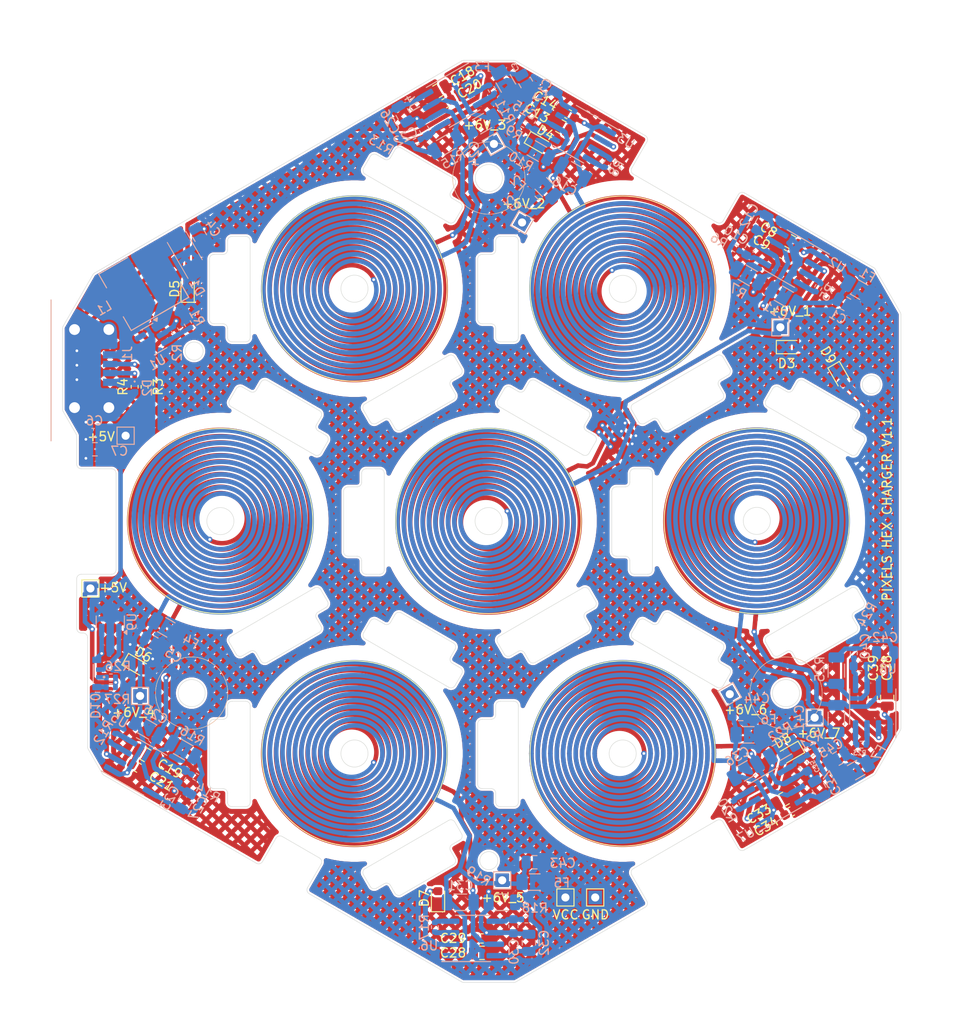
<source format=kicad_pcb>
(kicad_pcb (version 20241229) (generator "pcbnew") (generator_version "9.0")
  (layers (0 "F.Cu" signal) (2 "B.Cu" signal) (13 "F.Paste" user) (15 "B.Paste" user) (5 "F.SilkS" user "F.Silkscreen") (7 "B.SilkS" user "B.Silkscreen") (1 "F.Mask" user) (3 "B.Mask" user) (25 "Edge.Cuts" user))
  (net 0 "")
  (net 1 "GND")
  (net 2 "/Charger1/VCC")
  (net 3 "Net-(U3-FB)")
  (net 4 "Net-(U2-FB)")
  (net 5 "Net-(U2-PVSS)")
  (net 6 "Net-(U3-PVSS)")
  (net 7 "Net-(U4-FB)")
  (net 8 "Net-(U5-FB)")
  (net 9 "Net-(D3-A)")
  (net 10 "Net-(R5-Pad1)")
  (net 11 "Net-(R5-Pad2)")
  (net 12 "Net-(U4-PVSS)")
  (net 13 "Net-(U5-PVSS)")
  (net 14 "Net-(U6-FB)")
  (net 15 "Net-(U6-PVSS)")
  (net 16 "Net-(U7-FB)")
  (net 17 "Net-(U7-PVSS)")
  (net 18 "Net-(U8-FB)")
  (net 19 "Net-(U8-PVSS)")
  (net 20 "Net-(D4-A)")
  (net 21 "Net-(D5-A)")
  (net 22 "Net-(D6-A)")
  (net 23 "Net-(D7-A)")
  (net 24 "Net-(D8-A)")
  (net 25 "Net-(D9-A)")
  (net 26 "Net-(R8-Pad2)")
  (net 27 "Net-(R8-Pad1)")
  (net 28 "Net-(R11-Pad2)")
  (net 29 "Net-(R11-Pad1)")
  (net 30 "Net-(R12-Pad2)")
  (net 31 "Net-(R12-Pad1)")
  (net 32 "Net-(R17-Pad2)")
  (net 33 "Net-(R17-Pad1)")
  (net 34 "Net-(R20-Pad2)")
  (net 35 "Net-(R20-Pad1)")
  (net 36 "Net-(R23-Pad2)")
  (net 37 "Net-(R23-Pad1)")
  (net 38 "+5V")
  (net 39 "/SW")
  (net 40 "Net-(U1-FB)")
  (net 42 "Net-(J1-CC1)")
  (net 43 "Net-(J1-CC2)")
  (net 44 "Net-(D10-A1)")
  (net 45 "Net-(D10-A2)")
  (net 46 "Net-(J2-Pin_1)")
  (net 47 "Net-(J3-Pin_1)")
  (net 48 "Net-(J4-Pin_1)")
  (net 49 "Net-(J5-Pin_1)")
  (net 50 "Net-(J6-Pin_1)")
  (net 51 "Net-(J7-Pin_1)")
  (net 52 "Net-(J8-Pin_1)")
  (net 53 "Net-(D10-K1)")
  (net 54 "/Charger1/+6V")
  (net 55 "/Charger2/+6V")
  (net 56 "/Charger3/+6V")
  (net 57 "/Charger4/+6V")
  (net 58 "/Charger5/+6V")
  (net 59 "/Charger6/+6V")
  (net 60 "/Charger7/+6V")
  (footprint "LED_SMD:LED_0603_1608Metric" (layer "F.Cu") (at 106.641753 115.871249 -30)
    (property "Reference" "D6")
    (property "Value" "LED")
  )
  (footprint "Pixels-dice:COIL_205_11T_050_020" (layer "F.Cu") (at 160.437384 125.565236)
    (property "Reference" "J7" (hide yes))
    (property "Value" "Conn_01x02_Socket")
  )
  (footprint "Capacitor_SMD:C_0603_1608Metric" (layer "F.Cu") (at 178.2 70.3 150)
    (property "Reference" "C9")
    (property "Value" "0.1uF 16V 10% X7R")
  )
  (footprint "Pixels-dice:COIL_205_11T_050_020" (layer "F.Cu") (at 145.587384 99.845236 28)
    (property "Reference" "J2" (hide yes))
    (property "Value" "Conn_01x02_Socket")
  )
  (footprint "Pixels-dice:COIL_205_11T_050_020" (layer "F.Cu") (at 130.737384 74.125236 25)
    (property "Reference" "J4" (hide yes))
    (property "Value" "Conn_01x02_Socket")
  )
  (footprint "Pixels-dice:TestPoint_1.5x1.5_Drill0.9mm" (layer "F.Cu") (at 154.1 141.5)
    (property "Reference" "W4" (hide yes))
    (property "Value" "VCC")
  )
  (footprint "Resistor_SMD:R_0402_1005Metric" (layer "F.Cu") (at 106.4 84.99 90)
    (property "Reference" "R4")
    (property "Value" "5.1k 1%")
  )
  (footprint "LED_SMD:LED_0603_1608Metric" (layer "F.Cu") (at 178.94179 125.570799 -150)
    (property "Reference" "D8")
    (property "Value" "LED")
  )
  (footprint "Capacitor_SMD:C_0805_2012Metric" (layer "F.Cu") (at 179.000001 68.914359 150)
    (property "Reference" "C8")
    (property "Value" "22uF 25V 20% X5R")
  )
  (footprint "LED_SMD:LED_0603_1608Metric" (layer "F.Cu") (at 139.991753 141.592248 90)
    (property "Reference" "D7")
    (property "Value" "LED")
  )
  (footprint "Capacitor_SMD:C_0603_1608Metric" (layer "F.Cu") (at 154.400003 54.814361 150)
    (property "Reference" "C14")
    (property "Value" "0.1uF 16V 10% X7R")
  )
  (footprint "Pixels-dice:TestPoint_1.5x1.5_Drill0.9mm" (layer "F.Cu") (at 157.4 141.5)
    (property "Reference" "W2" (hide yes))
    (property "Value" "GND")
  )
  (footprint "LED_SMD:LED_0603_1608Metric" (layer "F.Cu") (at 112.262706 74.149717 90)
    (property "Reference" "D5")
    (property "Value" "LED")
  )
  (footprint "Resistor_SMD:R_0402_1005Metric" (layer "F.Cu") (at 107.5 84.99 90)
    (property "Reference" "R3")
    (property "Value" "5.1k 1%")
  )
  (footprint "Capacitor_SMD:C_0603_1608Metric" (layer "F.Cu") (at 106.7596 127.133857 -30)
    (property "Reference" "C21")
    (property "Value" "0.1uF 16V 10% X7R")
  )
  (footprint "Capacitor_SMD:C_0805_2012Metric" (layer "F.Cu") (at 139.998928 52.212757 -150)
    (property "Reference" "C18")
    (property "Value" "22uF 25V 20% X5R")
  )
  (footprint "Capacitor_SMD:C_0805_2012Metric" (layer "F.Cu") (at 189.735 119.375002 90)
    (property "Reference" "C38")
    (property "Value" "22uF 25V 20% X5R")
  )
  (footprint "Capacitor_SMD:C_0603_1608Metric" (layer "F.Cu") (at 179.1 132 30)
    (property "Reference" "C34")
    (property "Value" "0.1uF 16V 10% X7R")
  )
  (footprint "Capacitor_SMD:C_0805_2012Metric" (layer "F.Cu") (at 107.6 125.7 -30)
    (property "Reference" "C19")
    (property "Value" "22uF 25V 20% X5R")
  )
  (footprint "Capacitor_SMD:C_0603_1608Metric" (layer "F.Cu") (at 140.798927 53.598398 -150)
    (property "Reference" "C20")
    (property "Value" "0.1uF 16V 10% X7R")
  )
  (footprint "Pixels-dice:COIL_205_11T_050_020" (layer "F.Cu") (at 115.887384 99.845236 -120)
    (property "Reference" "J5" (hide yes))
    (property "Value" "Conn_01x02_Socket")
  )
  (footprint "Pixels-dice:COIL_205_11T_050_020" (layer "F.Cu") (at 130.737384 125.565236 -25)
    (property "Reference" "J6" (hide yes))
    (property "Value" "Conn_01x02_Socket")
  )
  (footprint "LED_SMD:LED_0603_1608Metric" (layer "F.Cu") (at 178.941807 80.595159)
    (property "Reference" "D3")
    (property "Value" "LED")
  )
  (footprint "Capacitor_SMD:C_0805_2012Metric" (layer "F.Cu") (at 178.300001 130.614359 30)
    (property "Reference" "C33")
    (property "Value" "22uF 25V 20% X5R")
  )
  (footprint "Pixels-dice:TestPoint_1.5x1.5_Drill0.9mm" (layer "F.Cu") (at 101.5 107.3)
    (property "Reference" "W3" (hide yes))
    (property "Value" "5V")
  )
  (footprint "Pixels-dice:COIL_205_11T_050_020" (layer "F.Cu") (at 175.287384 99.845236 -95)
    (property "Reference" "J8" (hide yes))
    (property "Value" "Conn_01x02_Socket")
  )
  (footprint "Capacitor_SMD:C_0603_1608Metric" (layer "F.Cu") (at 144.862499 146.034999)
    (property "Reference" "C29")
    (property "Value" "0.1uF 16V 10% X7R")
  )
  (footprint "LED_SMD:LED_0603_1608Metric" (layer "F.Cu") (at 151.19183 58.107354 -30)
    (property "Reference" "D4")
    (property "Value" "LED")
  )
  (footprint "Capacitor_SMD:C_0805_2012Metric" (layer "F.Cu") (at 153.6 56.2 150)
    (property "Reference" "C13")
    (property "Value" "22uF 25V 20% X5R")
  )
  (footprint "LED_SMD:LED_0603_1608Metric" (layer "F.Cu") (at 184.54183 83.828353 -60)
    (property "Reference" "D9")
    (property "Value" "LED")
  )
  (footprint "Capacitor_SMD:C_0603_1608Metric" (layer "F.Cu") (at 188.135 119.375 90)
    (property "Reference" "C39")
    (property "Value" "0.1uF 16V 10% X7R")
  )
  (footprint "Pixels-dice:COIL_205_11T_050_020" (layer "F.Cu") (at 160.437384 74.125236 120)
    (property "Reference" "J3" (hide yes))
    (property "Value" "Conn_01x02_Socket")
  )
  (footprint "Capacitor_SMD:C_0805_2012Metric" (layer "F.Cu") (at 144.862498 147.635)
    (property "Reference" "C28")
    (property "Value" "22uF 25V 20% X5R")
  )
  (footprint "Capacitor_SMD:C_0603_1608Metric" (layer "B.Cu") (at 151.159213 55.959861 -120)
    (property "Reference" "C15")
    (property "Value" "0.1uF 16V 10% X7R")
  )
  (footprint "Resistor_SMD:R_1206_3216Metric" (layer "B.Cu") (at 111.770704 125.144359 -30)
    (property "Reference" "R16")
    (property "Value" "0.91R")
  )
  (footprint "Capacitor_SMD:C_0805_2012Metric" (layer "B.Cu") (at 150.7 137.6)
    (property "Reference" "C43")
    (property "Value" "10uF 50V 10% X5R")
  )
  (footprint "Resistor_SMD:R_0402_1005Metric" (layer "B.Cu") (at 158.743633 60.223258 60)
    (property "Reference" "R8")
    (property "Value" "120K 1%")
  )
  (footprint "Resistor_SMD:R_0402_1005Metric" (layer "B.Cu") (at 103.76 118.23)
    (property "Reference" "R27")
    (property "Value" "100")
  )
  (footprint "Capacitor_SMD:C_1206_3216Metric" (layer "B.Cu") (at 174.074594 127.488687 -150)
    (property "Reference" "C36")
    (property "Value" "33nF 50V COG")
  )
  (footprint "Capacitor_SMD:C_0603_1608Metric" (layer "B.Cu") (at 138.45887 56.505826 -60)
    (property "Reference" "C22")
    (property "Value" "0.1uF 16V 10% X7R")
  )
  (footprint "Resistor_SMD:R_0402_1005Metric" (layer "B.Cu") (at 145.94329 52.069224 120)
    (property "Reference" "R11")
    (property "Value" "120K 1%")
  )
  (footprint "Resistor_SMD:R_0402_1005Metric" (layer "B.Cu") (at 186.035001 114.475 90)
    (property "Reference" "R24")
    (property "Value" "1k 1%")
  )
  (footprint "Capacitor_SMD:C_0805_2012Metric" (layer "B.Cu") (at 175.913858 66.899185 -120)
    (property "Reference" "C12")
    (property "Value" "10uF 50V 10% X5R")
  )
  (footprint "Resistor_SMD:R_1206_3216Metric" (layer "B.Cu") (at 184.1 116.4 90)
    (property "Reference" "R25")
    (property "Value" "0.91R")
  )
  (footprint "Pixels-dice:SOIC-8_3.9x4.9mm_P1.27mm" (layer "B.Cu") (at 141.664952 53.098398 -60)
    (property "Reference" "U4")
    (property "Value" "XKT520")
  )
  (footprint "Pixels-dice:DFN" (layer "B.Cu") (at 106.4 85.1 -90)
    (property "Reference" "D2")
    (property "Value" "D_TVS")
  )
  (footprint "Capacitor_SMD:C_0805_2012Metric" (layer "B.Cu") (at 108.4 113.3 -30)
    (property "Reference" "C5")
    (property "Value" "10uF 50V 10% X5R")
  )
  (footprint "Capacitor_SMD:C_0805_2012Metric" (layer "B.Cu") (at 102 91.9 180)
    (property "Reference" "C7")
    (property "Value" "22uF 25V 20% X5R")
  )
  (footprint "Capacitor_SMD:C_0805_2012Metric" (layer "B.Cu") (at 182.188666 129.458951 120)
    (property "Reference" "C37")
    (property "Value" "10uF 50V 10% X5R")
  )
  (footprint "Capacitor_SMD:C_0603_1608Metric" (layer "B.Cu") (at 148.342761 144.687121 90)
    (property "Reference" "C30")
    (property "Value" "0.1uF 16V 10% X7R")
  )
  (footprint "Capacitor_SMD:C_1206_3216Metric" (layer "B.Cu") (at 178.278461 74.9641 -30)
    (property "Reference" "C11")
    (property "Value" "33nF 50V COG")
  )
  (footprint "Pixels-dice:TestPoint_1.5x1.5_Drill0.9mm" (layer "B.Cu") (at 105.4 90.4 180)
    (property "Reference" "W1" (hide yes))
    (property "Value" "VBUS")
  )
  (footprint "Resistor_SMD:R_1206_3216Metric" (layer "B.Cu") (at 174.294744 72.6641 150)
    (property "Reference" "R7")
    (property "Value" "0.91R")
  )
  (footprint "Resistor_SMD:R_0402_1005Metric" (layer "B.Cu") (at 110.9 78.8 120)
    (property "Reference" "R2")
    (property "Value" "52.3k")
  )
  (footprint "Capacitor_SMD:C_0603_1608Metric" (layer "B.Cu") (at 174.512065 69.727165 -120)
    (property "Reference" "C10")
    (property "Value" "0.1uF 16V 10% X7R")
  )
  (footprint "Fuse:Fuse_1206_3216Metric" (layer "B.Cu") (at 186.618653 74.230385 150)
    (property "Reference" "F1")
    (property "Value" "250mA 150mR")
  )
  (footprint "Pixels-dice:SOIC-8_3.9x4.9mm_P1.27mm" (layer "B.Cu") (at 179.066025 70.799999 -120)
    (property "Reference" "U2")
    (property "Value" "XKT520")
  )
  (footprint "Pixels-dice:SOIC-8_3.9x4.9mm_P1.27mm" (layer "B.Cu") (at 106.999423 127.008461 60)
    (property "Reference" "U5")
    (property "Value" "XKT520")
  )
  (footprint "Resistor_SMD:R_1206_3216Metric" (layer "B.Cu") (at 178.05831 125.188687 30)
    (property "Reference" "R22")
    (property "Value" "0.91R")
  )
  (footprint "Fuse:Fuse_1206_3216Metric" (layer "B.Cu") (at 186.3 127.4 30)
    (property "Reference" "F7")
    (property "Value" "250mA 150mR")
  )
  (footprint "Capacitor_SMD:C_1206_3216Metric" (layer "B.Cu") (at 142.462499 142.035 180)
    (property "Reference" "C31")
    (property "Value" "33nF 50V COG")
  )
  (footprint "Resistor_SMD:R_0402_1005Metric" (layer "B.Cu") (at 103.968963 123.817899 -120)
    (property "Reference" "R12")
    (property "Value" "120K 1%")
  )
  (footprint "Capacitor_SMD:C_0603_1608Metric" (layer "B.Cu") (at 186.787123 115.894737 180)
    (property "Reference" "C40")
    (property "Value" "0.1uF 16V 10% X7R")
  )
  (footprint "Capacitor_SMD:C_0805_2012Metric" (layer "B.Cu") (at 152.561006 53.2 -120)
    (property "Reference" "C17")
    (property "Value" "10uF 50V 10% X5R")
  )
  (footprint "Pixels-dice:TestPoint_1.5x1.5_Drill0.9mm" (layer "B.Cu") (at 181.7 121.6 180)
    (property "Reference" "W11" (hide yes))
    (property "Value" "+6V")
  )
  (footprint "Pixels-dice:TestPoint_1.5x1.5_Drill0.9mm" (layer "B.Cu") (at 147.1 139.6 180)
    (property "Reference" "W9" (hide yes))
    (property "Value" "+6V")
  )
  (footprint "Resistor_SMD:R_0402_1005Metric" (layer "B.Cu") (at 149.553624 55.901349 150)
    (property "Reference" "R9")
    (property "Value" "1k 1%")
  )
  (footprint "Fuse:Fuse_1206_3216Metric" (layer "B.Cu") (at 150.7 139.8 180)
    (property "Reference" "F5")
    (property "Value" "250mA 150mR")
  )
  (footprint "Pixels-dice:XL-3210SURUGC" (layer "B.Cu") (at 102.21 116.71 90)
    (property "Reference" "D10")
    (property "Value" "LED_Dual_KKAA" (hide yes))
  )
  (footprint "Fuse:Fuse_1206_3216Metric" (layer "B.Cu") (at 109.9 111.6 150)
    (property "Reference" "F4")
    (property "Value" "250mA 150mR")
  )
  (footprint "Capacitor_SMD:C_0805_2012Metric" (layer "B.Cu") (at 185.1 75.8 -30)
    (property "Reference" "C1")
    (property "Value" "10uF 50V 10% X5R")
  )
  (footprint "Capacitor_SMD:C_0603_1608Metric" (layer "B.Cu") (at 180.493111 126.84536 120)
    (property "Reference" "C35")
    (property "Value" "0.1uF 16V 10% X7R")
  )
  (footprint "Capacitor_SMD:C_0805_2012Metric" (layer "B.Cu") (at 173.5 121.2)
    (property "Reference" "C44")
    (property "Value" "10uF 50V 10% X5R")
  )
  (footprint "Pixels-dice:SOIC-8_3.9x4.9mm_P1.27mm" (layer "B.Cu") (at 177.287029 130.252788 120)
    (property "Reference" "U7")
    (property "Value" "XKT520")
  )
  (footprint "Pixels-dice:SOIC-8_3.9x4.9mm_P1.27mm" (layer "B.Cu") (at 143.862499 146.035 90)
    (property "Reference" "U6")
    (property "Value" "XKT520")
  )
  (footprint "Resistor_SMD:R_0402_1005Metric" (layer "B.Cu") (at 173.008692 131.281961 -60)
    (property "Reference" "R20")
    (property "Value" "120K 1%")
  )
  (footprint "Pixels-dice:USB-C-SMD_10P-P1.00-L6.8-W8.9" (layer "B.Cu") (at 101.641791 82.969802 180)
    (property "Reference" "J1")
    (property "Value" "USB_C_Receptacle_USB2.0")
  )
  (footprint "Capacitor_SMD:C_0805_2012Metric" (layer "B.Cu") (at 149.7 51.3 -60)
    (property "Reference" "C3")
    (property "Value" "10uF 50V 10% X5R")
  )
  (footprint "Resistor_SMD:R_0402_1005Metric" (layer "B.Cu") (at 149.762498 143.935)
    (property "Reference" "R18")
    (property "Value" "1k 1%")
  )
  (footprint "Fuse:Fuse_1206_3216Metric" (layer "B.Cu") (at 174.4 123.5 180)
    (property "Reference" "F6")
    (property "Value" "250mA 150mR")
  )
  (footprint "Capacitor_SMD:C_0805_2012Metric" (layer "B.Cu") (at 150.056074 146.5225 90)
    (property "Reference" "C32")
    (property "Value" "10uF 50V 10% X5R")
  )
  (footprint "Pixels-dice:TestPoint_1.5x1.5_Drill0.9mm" (layer "B.Cu") (at 177.9 78.4 180)
    (property "Reference" "W5" (hide yes))
    (property "Value" "+6V")
  )
  (footprint "Resistor_SMD:R_0402_1005Metric" (layer "B.Cu") (at 103.77 117.15)
    (property "Reference" "R26")
    (property "Value" "100")
  )
  (footprint "Resistor_SMD:R_1206_3216Metric" (layer "B.Cu") (at 147.0625 142.035)
    (property "Reference" "R19")
    (property "Value" "0.91R")
  )
  (footprint "Capacitor_SMD:C_1206_3216Metric" (layer "B.Cu") (at 107.786988 122.84436 150)
    (property "Reference" "C25")
    (property "Value" "33nF 50V COG")
  )
  (footprint "Resistor_SMD:R_0402_1005Metric" (layer "B.Cu") (at 181.346578 125.484135 30)
    (property "Reference" "R21")
    (property "Value" "1k 1%")
  )
  (footprint "Resistor_SMD:R_0402_1005Metric" (layer "B.Cu") (at 139.642764 144.787121 -90)
    (property "Reference" "R17")
    (property "Value" "120K 1%")
  )
  (footprint "Pixels-dice:TestPoint_1.5x1.5_Drill0.9mm" (layer "B.Cu") (at 149.3 66.8 -120)
    (property "Reference" "W6" (hide yes))
    (property "Value" "+6V")
  )
  (footprint "Capacitor_SMD:C_0805_2012Metric" (layer "B.Cu") (at 150.4 64.6 135)
    (property "Reference" "C2")
    (property "Value" "10uF 50V 10% X5R")
  )
  (footprint "Package_TO_SOT_SMD:SOT-23" (layer "B.Cu") (at 103.7 111 90)
    (property "Reference" "U9")
    (property "Value" "SSP61CN4802MR")
  )
  (footprint "Pixels-dice:SOIC-8_3.9x4.9mm_P1.27mm" (layer "B.Cu") (at 188.135 120.375 180)
    (property "Reference" "U8")
    (property "Value" "XKT520")
  )
  (footprint "Pixels-dice:TestPoint_1.5x1.5_Drill0.9mm" (layer "B.Cu") (at 172.3 119 -150)
    (property "Reference" "W10" (hide yes))
    (property "Value" "+6V")
  )
  (footprint "Capacitor_SMD:C_0805_2012Metric" (layer "B.Cu") (at 112 130.8 60)
    (property "Reference" "C27")
    (property "Value" "10uF 50V 10% X5R")
  )
  (footprint "Capacitor_SMD:C_0805_2012Metric" (layer "B.Cu") (at 136.1 54.8 -60)
    (property "Reference" "C26")
    (property "Value" "10uF 50V 10% X5R")
  )
  (footprint "Fuse:Fuse_1206_3216Metric" (layer "B.Cu") (at 147.5 51.412436 120)
    (property "Reference" "F3")
    (property "Value" "250mA 150mR")
  )
  (footprint "Inductor_SMD:L_Wuerth_HCM-7050" (layer "B.Cu") (at 107.4 73.8 30)
    (property "Reference" "L1")
    (property "Value" "10uH 500mA")
  )
  (footprint "Resistor_SMD:R_0402_1005Metric" (layer "B.Cu") (at 182.096484 73.990561 60)
    (property "Reference" "R5")
    (property "Value" "120K 1%")
  )
  (footprint "Resistor_SMD:R_1206_3216Metric" (layer "B.Cu") (at 140.893671 58.1625 -150)
    (property "Reference" "R15")
    (property "Value" "0.91R")
  )
  (footprint "Capacitor_SMD:C_0805_2012Metric" (layer "B.Cu") (at 113.6 68.3 120)
    (property "Reference" "C4")
    (property "Value" "22uF 25V 20% X5R")
  )
  (footprint "Resistor_SMD:R_0402_1005Metric" (layer "B.Cu") (at 113.158973 128.139808 -30)
    (property "Reference" "R14")
    (property "Value" "1k 1%")
  )
  (footprint "Capacitor_SMD:C_1206_3216Metric" (layer "B.Cu") (at 184.1 121.7 -90)
    (property "Reference" "C41")
    (property "Value" "33nF 50V COG")
  )
  (footprint "Capacitor_SMD:C_0805_2012Metric" (layer "B.Cu") (at 189.5 114.4 180)
    (property "Reference" "C42")
    (property "Value" "10uF 50V 10% X5R")
  )
  (footprint "Fuse:Fuse_1206_3216Metric" (layer "B.Cu") (at 151.8 62.9 -45)
    (property "Reference" "F2")
    (property "Value" "250mA 150mR")
  )
  (footprint "Pixels-dice:SOIC-8_3.9x4.9mm_P1.27mm" (layer "B.Cu") (at 155.713173 57.032696 -120)
    (property "Reference" "U3")
    (property "Value" "XKT520")
  )
  (footprint "Pixels-dice:TestPoint_1.5x1.5_Drill0.9mm" (layer "B.Cu") (at 146.183546 58.109249 -150)
    (property "Reference" "W7" (hide yes))
    (property "Value" "+6V")
  )
  (footprint "Resistor_SMD:R_0402_1005Metric" (layer "B.Cu") (at 186.887122 124.594736)
    (property "Reference" "R23")
    (property "Value" "120K 1%")
  )
  (footprint "Resistor_SMD:R_0402_1005Metric" (layer "B.Cu") (at 137.605402 57.867051 -150)
    (property "Reference" "R13")
    (property "Value" "1k 1%")
  )
  (footprint "Package_TO_SOT_SMD:SOT-23-6" (layer "B.Cu") (at 108.5 79.7 -150)
    (property "Reference" "U1")
    (property "Value" "MT3608B")
  )
  (footprint "Capacitor_SMD:C_1206_3216Metric" (layer "B.Cu") (at 154.925608 61.196798 -30)
    (property "Reference" "C16")
    (property "Value" "33nF 50V COG")
  )
  (footprint "Capacitor_SMD:C_0805_2012Metric" (layer "B.Cu") (at 184.26659 126.111889 -150)
    (property "Reference" "C45")
    (property "Value" "10uF 50V 10% X5R")
  )
  (footprint "Capacitor_SMD:C_0603_1608Metric" (layer "B.Cu") (at 101.8 90.1 180)
    (property "Reference" "C6")
    (property "Value" "0.1uF 16V 10% X7R")
  )
  (footprint "Resistor_SMD:R_0402_1005Metric" (layer "B.Cu") (at 112.3 78 -60)
    (property "Reference" "R1")
    (property "Value" "470k")
  )
  (footprint "Capacitor_SMD:C_0603_1608Metric" (layer "B.Cu") (at 111.553383 128.081297 60)
    (property "Reference" "C23")
    (property "Value" "0.1uF 16V 10% X7R")
  )
  (footprint "Resistor_SMD:R_0402_1005Metric" (layer "B.Cu") (at 172.906476 69.668653 150)
    (property "Reference" "R6")
    (property "Value" "1k 1%")
  )
  (footprint "Pixels-dice:SMAF" (layer "B.Cu") (at 112.2 70.4 120)
    (property "Reference" "D1")
    (property "Value" "D")
  )
  (footprint "Pixels-dice:TestPoint_1.5x1.5_Drill0.9mm" (layer "B.Cu") (at 107 119.2 180)
    (property "Reference" "W8" (hide yes))
    (property "Value" "+6V")
  )
  (footprint "Resistor_SMD:R_1206_3216Metric" (layer "B.Cu") (at 150.941892 58.896798 150)
    (property "Reference" "R10")
    (property "Value" "0.91R")
  )
  (footprint "Capacitor_SMD:C_1206_3216Metric" (layer "B.Cu") (at 144.877388 55.8625 30)
    (property "Reference" "C24")
    (property "Value" "33nF 50V COG")
  )
  (gr_circle (center 145.619315 61.886057) (end 149.619315 61.886057) (stroke (width 0.05)) (fill no) (layer "F.SilkS"))
  (gr_circle (center 112.710419 118.885547) (end 116.710419 118.885547) (stroke (width 0.05)) (fill no) (layer "F.SilkS"))
  (gr_circle (center 178.528758 118.88586) (end 182.528758 118.88586) (stroke (width 0.05)) (fill no) (layer "F.SilkS"))
  (gr_circle (center 178.528758 118.88586) (end 182.528758 118.88586) (stroke (width 0.05)) (fill no) (layer "B.SilkS"))
  (gr_circle (center 145.619315 61.886057) (end 149.619315 61.886057) (stroke (width 0.05)) (fill no) (layer "B.SilkS"))
  (gr_circle (center 112.710419 118.885547) (end 116.710419 118.885547) (stroke (width 0.05)) (fill no) (layer "B.SilkS"))
  (gr_arc (start 163.738288 105.2342) (mid 163.591831 105.587758) (end 163.238265 105.734188) (stroke (width 0.05)) (layer "Edge.Cuts"))
  (gr_line (start 144.8883 78.013271) (end 145.888299 78.01327) (stroke (width 0.05)) (layer "Edge.Cuts"))
  (gr_line (start 116.688319 130.955164) (end 116.688294 130.955164) (stroke (width 0.05)) (layer "Edge.Cuts"))
  (gr_arc (start 146.888327 131.45518) (mid 146.53476 131.308739) (end 146.38832 130.955201) (stroke (width 0.05)) (layer "Edge.Cuts"))
  (gr_arc (start 98.471408 87.710123) (mid 98.421462 87.589526) (end 98.404443 87.460143) (stroke (width 0.05)) (layer "Edge.Cuts"))
  (gr_line (start 172.302879 83.011119) (end 171.557819 81.720639) (stroke (width 0.05)) (layer "Edge.Cuts"))
  (gr_line (start 191.188927 76.753607) (end 188.43204 71.978537) (stroke (width 0.05)) (layer "Edge.Cuts"))
  (gr_line (start 163.738288 105.2342) (end 163.738293 94.567559) (stroke (width 0.05)) (layer "Edge.Cuts"))
  (gr_line (start 131.741797 138.991669) (end 132.493664 140.293853) (stroke (width 0.05)) (layer "Edge.Cuts"))
  (gr_line (start 115.188401 129.455181) (end 116.1884 129.45518) (stroke (width 0.05)) (layer "Edge.Cuts"))
  (gr_line (start 122.749748 134.754863) (end 126.860996 137.128494) (stroke (width 0.05)) (layer "Edge.Cuts"))
  (gr_arc (start 141.16334 132.974698) (mid 141.548752 132.920863) (end 141.857508 133.16201) (stroke (width 0.05)) (layer "Edge.Cuts"))
  (gr_arc (start 176.294921 113.276126) (mid 176.242046 112.890441) (end 176.48092 112.584081) (stroke (width 0.05)) (layer "Edge.Cuts"))
  (gr_arc (start 127.015952 92.33748) (mid 126.708623 92.571476) (end 126.323939 92.515362) (stroke (width 0.05)) (layer "Edge.Cuts"))
  (gr_arc (start 116.688293 121.282136) (mid 116.540984 121.634319) (end 116.184984 121.779887) (stroke (width 0.05)) (layer "Edge.Cuts"))
  (gr_arc (start 148.888293 130.948172) (mid 148.744373 131.306176) (end 148.39473 131.4551) (stroke (width 0.05)) (layer "Edge.Cuts"))
  (gr_line (start 131.75765 60.774027) (end 131.757687 60.774049) (stroke (width 0.05)) (layer "Edge.Cuts"))
  (gr_arc (start 126.846807 87.621098) (mid 127.083212 87.924744) (end 127.033876 88.306379) (stroke (width 0.05)) (layer "Edge.Cuts"))
  (gr_line (start 146.388329 79.513295) (end 146.388294 79.513295) (stroke (width 0.05)) (layer "Edge.Cuts"))
  (gr_arc (start 98.404179 78.539114) (mid 98.420667 78.411691) (end 98.470122 78.290779) (stroke (width 0.05)) (layer "Edge.Cuts"))
  (gr_line (start 162.874761 89.031746) (end 163.744979 88.529327) (stroke (width 0.05)) (layer "Edge.Cuts"))
  (gr_line (start 100.4835 94.058931) (end 102.338294 94.058931) (stroke (width 0.05)) (layer "Edge.Cuts"))
  (gr_arc (start 178.583023 114.257185) (mid 178.965737 114.201541) (end 179.273593 114.43559) (stroke (width 0.05)) (layer "Edge.Cuts"))
  (gr_arc (start 146.594921 113.276126) (mid 146.540017 112.898212) (end 146.768918 112.591012) (stroke (width 0.05)) (layer "Edge.Cuts"))
  (gr_circle (center 145.619315 61.886057) (end 147.119315 61.886057) (stroke (width 0.05)) (fill no) (layer "Edge.Cuts"))
  (gr_arc (start 104.338294 105.2342) (mid 104.189764 105.589864) (end 103.830015 105.734226) (stroke (width 0.05)) (layer "Edge.Cuts"))
  (gr_line (start 161.630867 138.305066) (end 170.863398 132.97466) (stroke (width 0.05)) (layer "Edge.Cuts"))
  (gr_arc (start 146.388294 120.279799) (mid 146.536855 119.924184) (end 146.894226 119.77993) (stroke (width 0.05)) (layer "Edge.Cuts"))
  (gr_line (start 134.05392 111.238809) (end 134.053915 111.238818) (stroke (width 0.05)) (layer "Edge.Cuts"))
  (gr_arc (start 156.2166 110.590781) (mid 156.171921 110.214564) (end 156.407028 109.913197) (stroke (width 0.05)) (layer "Edge.Cuts"))
  (gr_line (start 176.294921 113.276126) (end 177.041762 114.569693) (stroke (width 0.05)) (layer "Edge.Cuts"))
  (gr_line (start 185.732814 92.520484) (end 185.73283 92.520456) (stroke (width 0.05)) (layer "Edge.Cuts"))
  (gr_arc (start 165.61267 89.7604) (mid 165.230766 89.814603) (end 164.923908 89.580786) (stroke (width 0.05)) (layer "Edge.Cuts"))
  (gr_line (start 156.407028 109.913197) (end 157.274433 109.4124) (stroke (width 0.05)) (layer "Edge.Cuts"))
  (gr_line (start 163.753875 111.238798) (end 163.7539 111.238755) (stroke (width 0.05)) (layer "Edge.Cuts"))
  (gr_line (start 156.537766 112.147116) (end 156.537774 112.14713) (stroke (width 0.05)) (layer "Edge.Cuts"))
  (gr_line (start 185.719842 107.249987) (end 176.48092 112.584081) (stroke (width 0.05)) (layer "Edge.Cuts"))
  (gr_line (start 142.602878 83.011119) (end 141.857844 81.720684) (stroke (width 0.05)) (layer "Edge.Cuts"))
  (gr_line (start 114.688294 70.838) (end 114.688293 77.521038) (stroke (width 0.05)) (layer "Edge.Cuts"))
  (gr_arc (start 148.369701 48.853422) (mid 148.50209 48.869867) (end 148.624852 48.920398) (stroke (width 0.05)) (layer "Edge.Cuts"))
  (gr_arc (start 119.190846 114.252668) (mid 119.571948 114.203202) (end 119.875531 114.438789) (stroke (width 0.05)) (layer "Edge.Cuts"))
  (gr_line (start 141.867378 85.737194) (end 141.370849 84.87718) (stroke (width 0.05)) (layer "Edge.Cuts"))
  (gr_line (start 172.315922 65.317539) (end 171.565995 66.616448) (stroke (width 0.05)) (layer "Edge.Cuts"))
  (gr_line (start 142.615911 116.759411) (end 142.615933 116.759424) (stroke (width 0.05)) (layer "Edge.Cuts"))
  (gr_line (start 186.415975 92.337439) (end 187.165921 91.038508) (stroke (width 0.05)) (layer "Edge.Cuts"))
  (gr_line (start 134.038293 105.2342) (end 134.038293 94.545833) (stroke (width 0.05)) (layer "Edge.Cuts"))
  (gr_line (start 116.184984 121.779887) (end 115.193433 121.779887) (stroke (width 0.05)) (layer "Edge.Cuts"))
  (gr_line (start 161.457794 60.773778) (end 161.457844 60.773807) (stroke (width 0.05)) (layer "Edge.Cuts"))
  (gr_line (start 170.882823 66.799538) (end 161.637947 61.462005) (stroke (width 0.05)) (layer "Edge.Cuts"))
  (gr_line (start 157.452923 108.732153) (end 156.697624 107.423934) (stroke (width 0.05)) (layer "Edge.Cuts"))
  (gr_arc (start 141.370849 84.87718) (mid 141.322112 84.493144) (end 141.56141 84.189711) (stroke (width 0.05)) (layer "Edge.Cuts"))
  (gr_line (start 104.338293 94.572431) (end 104.338294 105.2342) (stroke (width 0.05)) (layer "Edge.Cuts"))
  (gr_line (start 135.912411 141.202458) (end 141.692096 137.865589) (stroke (width 0.05)) (layer "Edge.Cuts"))
  (gr_line (start 162.20482 59.47989) (end 163.132212 57.8736) (stroke (width 0.05)) (layer "Edge.Cuts"))
  (gr_arc (start 177.054796 85.200938) (mid 177.36251 84.966864) (end 177.740821 85.019559) (stroke (width 0.05)) (layer "Edge.Cuts"))
  (gr_line (start 144.8883 129.455181) (end 145.890749 129.45518) (stroke (width 0.05)) (layer "Edge.Cuts"))
  (gr_line (start 147.341802 114.569669) (end 147.341762 114.569692) (stroke (width 0.05)) (layer "Edge.Cuts"))
  (gr_line (start 146.8883 80.013271) (end 148.388173 80.013272) (stroke (width 0.05)) (layer "Edge.Cuts"))
  (gr_line (start 144.388329 77.5133) (end 144.388293 77.5133) (stroke (width 0.05)) (layer "Edge.Cuts"))
  (gr_line (start 161.457794 60.773778) (end 162.20482 59.47989) (stroke (width 0.05)) (layer "Edge.Cuts"))
  (gr_arc (start 115.188401 129.455181) (mid 114.836953 129.310902) (end 114.688293 128.963545) (stroke (width 0.05)) (layer "Edge.Cuts"))
  (gr_line (start 131.937943 112.903911) (end 141.18284 118.241458) (stroke (width 0.05)) (layer "Edge.Cuts"))
  (gr_line (start 179.786873 84.468792) (end 179.285087 85.337909) (stroke (width 0.05)) (layer "Edge.Cuts"))
  (gr_line (start 156.546883 87.621142) (end 150.767032 84.284125) (stroke (width 0.05)) (layer "Edge.Cuts"))
  (gr_line (start 141.865917 66.616516) (end 142.615931 65.317524) (stroke (width 0.05)) (layer "Edge.Cuts"))
  (gr_arc (start 176.487816 87.182886) (mid 176.254103 86.876416) (end 176.307828 86.494768) (stroke (width 0.05)) (layer "Edge.Cuts"))
  (gr_line (start 142.615905 65.317509) (end 142.615931 65.317524) (stroke (width 0.05)) (layer "Edge.Cuts"))
  (gr_line (start 148.024786 114.752689) (end 148.89855 114.248222) (stroke (width 0.05)) (layer "Edge.Cuts"))
  (gr_line (start 187.151535 108.729748) (end 186.408231 107.442305) (stroke (width 0.05)) (layer "Edge.Cuts"))
  (gr_arc (start 156.546883 87.621142) (mid 156.78326 87.924745) (end 156.735582 88.303476) (stroke (width 0.05)) (layer "Edge.Cuts"))
  (gr_line (start 179.773776 115.30168) (end 179.773817 115.301656) (stroke (width 0.05)) (layer "Edge.Cuts"))
  (gr_line (start 98.404179 78.539114) (end 98.404423 87.460143) (stroke (width 0.05)) (layer "Edge.Cuts"))
  (gr_arc (start 163.11922 141.897053) (mid 163.169162 142.276374) (end 162.939591 142.57797) (stroke (width 0.05)) (layer "Edge.Cuts"))
  (gr_arc (start 99.917653 90.215176) (mid 99.96711 90.336289) (end 99.983488 90.468302) (stroke (width 0.05)) (layer "Edge.Cuts"))
  (gr_line (start 161.238331 105.2341) (end 161.238293 105.2341) (stroke (width 0.05)) (layer "Edge.Cuts"))
  (gr_line (start 148.384695 119.779886) (end 146.894227 119.779887) (stroke (width 0.05)) (layer "Edge.Cuts"))
  (gr_arc (start 170.863398 132.97466) (mid 171.24905 132.92094) (end 171.557537 133.162058) (stroke (width 0.05)) (layer "Edge.Cuts"))
  (gr_line (start 145.888163 70.337977) (end 144.893429 70.337977) (stroke (width 0.05)) (layer "Edge.Cuts"))
  (gr_line (start 159.238327 103.2341) (end 159.238293 103.2341) (stroke (width 0.05)) (layer "Edge.Cuts"))
  (gr_line (start 101.766442 72.581389) (end 98.470122 78.290779) (stroke (width 0.05)) (layer "Edge.Cuts"))
  (gr_line (start 186.1098 109.911598) (end 186.970009 109.414954) (stroke (width 0.05)) (layer "Edge.Cuts"))
  (gr_arc (start 141.370891 136.319013) (mid 141.321648 135.936989) (end 141.557201 135.634052) (stroke (width 0.05)) (layer "Edge.Cuts"))
  (gr_line (start 141.865922 118.058418) (end 142.615933 116.759424) (stroke (width 0.05)) (layer "Edge.Cuts"))
  (gr_line (start 159.238293 96.559) (end 159.238293 103.2341) (stroke (width 0.05)) (layer "Edge.Cuts"))
  (gr_line (start 102.338294 94.058931) (end 103.8382 94.058932) (stroke (width 0.05)) (layer "Edge.Cuts"))
  (gr_circle (center 160.44179 125.5698) (end 161.94179 125.5698) (stroke (width 0.05)) (fill no) (layer "Edge.Cuts"))
  (gr_line (start 156.236633 89.167776) (end 156.236593 89.167752) (stroke (width 0.05)) (layer "Edge.Cuts"))
  (gr_line (start 146.388293 68.837901) (end 146.388294 69.831165) (stroke (width 0.05)) (layer "Edge.Cuts"))
  (gr_line (start 133.5383 94.058931) (end 132.032317 94.058932) (stroke (width 0.05)) (layer "Edge.Cuts"))
  (gr_arc (start 116.688294 68.838) (mid 116.833258 68.485933) (end 117.1883 68.337994) (stroke (width 0.05)) (layer "Edge.Cuts"))
  (gr_arc (start 186.247945 87.621755) (mid 186.483251 87.924749) (end 186.433925 88.306349) (stroke (width 0.05)) (layer "Edge.Cuts"))
  (gr_line (start 119.875572 114.438766) (end 119.875531 114.438789) (stroke (width 0.05)) (layer "Edge.Cuts"))
  (gr_line (start 131.75781 112.215658) (end 131.75785 112.215682) (stroke (width 0.05)) (layer "Edge.Cuts"))
  (gr_arc (start 121.056811 115.484736) (mid 120.678586 115.535015) (end 120.376183 115.305853) (stroke (width 0.05)) (layer "Edge.Cuts"))
  (gr_line (start 101.183489 112.738672) (end 101.183454 112.738672) (stroke (width 0.05)) (layer "Edge.Cuts"))
  (gr_line (start 103.830015 105.734226) (end 102.338294 105.734225) (stroke (width 0.05)) (layer "Edge.Cuts"))
  (gr_line (start 171.086715 114.888495) (end 171.086755 114.888518) (stroke (width 0.05)) (layer "Edge.Cuts"))
  (gr_circle (center 112.982002 81.035574) (end 113.982002 81.035574) (stroke (width 0.05)) (fill no) (layer "Edge.Cuts"))
  (gr_line (start 161.745283 105.734224) (end 163.238265 105.734225) (stroke (width 0.05)) (layer "Edge.Cuts"))
  (gr_line (start 99.983488 90.468302) (end 99.983488 93.563142) (stroke (width 0.05)) (layer "Edge.Cuts"))
  (gr_line (start 131.937883 61.46194) (end 141.182846 66.799552) (stroke (width 0.05)) (layer "Edge.Cuts"))
  (gr_arc (start 127.582831 90.355435) (mid 127.815823 90.659081) (end 127.765865 91.038529) (stroke (width 0.05)) (layer "Edge.Cuts"))
  (gr_line (start 141.557201 135.634052) (end 142.419882 135.13598) (stroke (width 0.05)) (layer "Edge.Cuts"))
  (gr_arc (start 161.44367 87.55301) (mid 161.392363 87.168235) (end 161.631048 86.863052) (stroke (width 0.05)) (layer "Edge.Cuts"))
  (gr_arc (start 102.988623 127.964574) (mid 102.886538 127.886575) (end 102.808344 127.786226) (stroke (width 0.05)) (layer "Edge.Cuts"))
  (gr_arc (start 157.282874 90.355468) (mid 157.515865 90.659086) (end 157.465916 91.038502) (stroke (width 0.05)) (layer "Edge.Cuts"))
  (gr_line (start 161.238293 104.243309) (end 161.238293 105.2341) (stroke (width 0.05)) (layer "Edge.Cuts"))
  (gr_line (start 141.700814 113.344366) (end 135.922796 110.008407) (stroke (width 0.05)) (layer "Edge.Cuts"))
  (gr_line (start 161.44367 87.55301) (end 162.191825 88.848756) (stroke (width 0.05)) (layer "Edge.Cuts"))
  (gr_line (start 134.726437 140.161214) (end 135.223866 141.022702) (stroke (width 0.05)) (layer "Edge.Cuts"))
  (gr_arc (start 156.019843 107.249988) (mid 156.395133 107.198919) (end 156.697624 107.423934) (stroke (width 0.05)) (layer "Edge.Cuts"))
  (gr_line (start 176.307788 86.494744) (end 176.307828 86.494768) (stroke (width 0.05)) (layer "Edge.Cuts"))
  (gr_line (start 127.020779 111.464069) (end 126.52494 110.605226) (stroke (width 0.05)) (layer "Edge.Cuts"))
  (gr_circle (center 178.528758 118.88586) (end 180.028758 118.88586) (stroke (width 0.05)) (fill no) (layer "Edge.Cuts"))
  (gr_line (start 130.045032 103.734225) (end 131.038301 103.734226) (stroke (width 0.05)) (layer "Edge.Cuts"))
  (gr_arc (start 142.612215 48.921719) (mid 142.733027 48.870999) (end 142.860258 48.853422) (stroke (width 0.05)) (layer "Edge.Cuts"))
  (gr_arc (start 131.538294 94.558999) (mid 131.681817 94.208351) (end 132.032317 94.058932) (stroke (width 0.05)) (layer "Edge.Cuts"))
  (gr_line (start 148.3883 68.337977) (end 146.893325 68.337977) (stroke (width 0.05)) (layer "Edge.Cuts"))
  (gr_arc (start 146.388293 121.27249) (mid 146.244408 121.630787) (end 145.88816 121.779846) (stroke (width 0.05)) (layer "Edge.Cuts"))
  (gr_arc (start 186.982906 90.355477) (mid 187.215873 90.659085) (end 187.165921 91.038508) (stroke (width 0.05)) (layer "Edge.Cuts"))
  (gr_arc (start 116.891719 113.270582) (mid 116.841324 112.892884) (end 117.06947 112.590692) (stroke (width 0.05)) (layer "Edge.Cuts"))
  (gr_line (start 147.354726 85.201007) (end 146.604804 86.49991) (stroke (width 0.05)) (layer "Edge.Cuts"))
  (gr_line (start 164.934853 110.193244) (end 164.436869 111.055776) (stroke (width 0.05)) (layer "Edge.Cuts"))
  (gr_line (start 141.883833 114.027412) (end 141.883855 114.027425) (stroke (width 0.05)) (layer "Edge.Cuts"))
  (gr_line (start 146.894227 119.779887) (end 146.894226 119.77993) (stroke (width 0.05)) (layer "Edge.Cuts"))
  (gr_arc (start 141.169862 81.529022) (mid 141.552822 81.480014) (end 141.857844 81.720684) (stroke (width 0.05)) (layer "Edge.Cuts"))
  (gr_line (start 116.891719 113.270582) (end 117.645463 114.576104) (stroke (width 0.05)) (layer "Edge.Cuts"))
  (gr_arc (start 114.688294 70.838) (mid 114.833258 70.485933) (end 115.188301 70.337994) (stroke (width 0.05)) (layer "Edge.Cuts"))
  (gr_line (start 99.983488 106.2342) (end 99.983488 111.737664) (stroke (width 0.05)) (layer "Edge.Cuts"))
  (gr_line (start 171.557537 133.162058) (end 172.302857 134.452991) (stroke (width 0.05)) (layer "Edge.Cuts"))
  (gr_arc (start 135.91253 89.760478) (mid 135.531766 89.814938) (end 135.227274 89.586786) (stroke (width 0.05)) (layer "Edge.Cuts"))
  (gr_arc (start 147.354726 85.201007) (mid 147.654355 84.969071) (end 148.037994 85.017924) (stroke (width 0.05)) (layer "Edge.Cuts"))
  (gr_line (start 179.27365 114.435557) (end 179.773776 115.30168) (stroke (width 0.05)) (layer "Edge.Cuts"))
  (gr_line (start 115.188301 70.337994) (end 115.188301 70.337977) (stroke (width 0.05)) (layer "Edge.Cuts"))
  (gr_circle (center 175.293971 99.824894) (end 176.793972 99.824894) (stroke (width 0.05)) (fill no) (layer "Edge.Cuts"))
  (gr_line (start 127.582831 90.355435) (end 126.71676 89.855408) (stroke (width 0.05)) (layer "Edge.Cuts"))
  (gr_line (start 179.273593 114.43559) (end 179.27365 114.435557) (stroke (width 0.05)) (layer "Edge.Cuts"))
  (gr_line (start 164.428418 88.722737) (end 164.923873 89.580806) (stroke (width 0.05)) (layer "Edge.Cuts"))
  (gr_line (start 148.888293 130.948172) (end 148.888294 120.274156) (stroke (width 0.05)) (layer "Edge.Cuts"))
  (gr_line (start 134.053955 59.796926) (end 133.191541 59.299019) (stroke (width 0.05)) (layer "Edge.Cuts"))
  (gr_line (start 163.11922 141.897053) (end 162.191756 140.290638) (stroke (width 0.05)) (layer "Edge.Cuts"))
  (gr_line (start 100.4835 112.234226) (end 100.6835 112.234226) (stroke (width 0.05)) (layer "Edge.Cuts"))
  (gr_arc (start 162.874761 89.031746) (mid 162.495408 89.081687) (end 162.191845 88.848744) (stroke (width 0.05)) (layer "Edge.Cuts"))
  (gr_arc (start 141.700818 61.902459) (mid 141.933016 62.203211) (end 141.883841 62.585517) (stroke (width 0.05)) (layer "Edge.Cuts"))
  (gr_line (start 146.38832 130.955201) (end 146.388294 130.955201) (stroke (width 0.05)) (layer "Edge.Cuts"))
  (gr_line (start 148.903881 85.517792) (end 148.903859 85.517831) (stroke (width 0.05)) (layer "Edge.Cuts"))
  (gr_arc (start 171.070866 84.877156) (mid 171.021971 84.493752) (end 171.260083 84.19048) (stroke (width 0.05)) (layer "Edge.Cuts"))
  (gr_arc (start 191.188927 76.753607) (mid 191.2384 76.872468) (end 191.255871 77.0035) (stroke (width 0.05)) (layer "Edge.Cuts"))
  (gr_line (start 121.056811 115.484736) (end 126.841692 112.144868) (stroke (width 0.05)) (layer "Edge.Cuts"))
  (gr_arc (start 161.637947 61.462005) (mid 161.40418 61.155491) (end 161.457844 60.773807) (stroke (width 0.05)) (layer "Edge.Cuts"))
  (gr_arc (start 161.745283 105.734224) (mid 161.387272 105.590204) (end 161.238331 105.2341) (stroke (width 0.05)) (layer "Edge.Cuts"))
  (gr_line (start 145.88816 121.779846) (end 145.88816 121.779886) (stroke (width 0.05)) (layer "Edge.Cuts"))
  (gr_line (start 132.045032 105.734224) (end 133.538265 105.734226) (stroke (width 0.05)) (layer "Edge.Cuts"))
  (gr_arc (start 149.584956 85.33814) (mid 149.281353 85.568274) (end 148.903881 85.517792) (stroke (width 0.05)) (layer "Edge.Cuts"))
  (gr_line (start 148.903859 85.517831) (end 148.037994 85.017924) (stroke (width 0.05)) (layer "Edge.Cuts"))
  (gr_arc (start 116.1884 129.45518) (mid 116.541896 129.601602) (end 116.688294 129.960198) (stroke (width 0.05)) (layer "Edge.Cuts"))
  (gr_line (start 144.893429 70.33802) (end 144.893429 70.337977) (stroke (width 0.05)) (layer "Edge.Cuts"))
  (gr_arc (start 132.045032 105.734224) (mid 131.687142 105.590131) (end 131.538331 105.234065) (stroke (width 0.05)) (layer "Edge.Cuts"))
  (gr_line (start 188.250697 71.798393) (end 173.929057 63.529786) (stroke (width 0.05)) (layer "Edge.Cuts"))
  (gr_arc (start 185.719842 107.249987) (mid 186.103413 107.201135) (end 186.408231 107.442305) (stroke (width 0.05)) (layer "Edge.Cuts"))
  (gr_line (start 171.260083 84.19048) (end 172.119879 83.694078) (stroke (width 0.05)) (layer "Edge.Cuts"))
  (gr_line (start 117.193433 119.779919) (end 117.193433 119.779887) (stroke (width 0.05)) (layer "Edge.Cuts"))
  (gr_arc (start 141.870877 137.185164) (mid 141.921262 137.562765) (end 141.692096 137.865589) (stroke (width 0.05)) (layer "Edge.Cuts"))
  (gr_line (start 127.749122 108.725568) (end 127.004666 107.43613) (stroke (width 0.05)) (layer "Edge.Cuts"))
  (gr_line (start 117.654833 85.200826) (end 116.908504 86.493502) (stroke (width 0.05)) (layer "Edge.Cuts"))
  (gr_line (start 118.337773 85.017833) (end 118.337788 85.017807) (stroke (width 0.05)) (layer "Edge.Cuts"))
  (gr_line (start 171.086715 114.888495) (end 171.585681 114.024259) (stroke (width 0.05)) (layer "Edge.Cuts"))
  (gr_line (start 142.428471 64.631963) (end 141.56689 64.134529) (stroke (width 0.05)) (layer "Edge.Cuts"))
  (gr_line (start 144.388294 122.2798) (end 144.388292 128.9552) (stroke (width 0.05)) (layer "Edge.Cuts"))
  (gr_line (start 145.888163 70.337977) (end 145.888163 70.337938) (stroke (width 0.05)) (layer "Edge.Cuts"))
  (gr_arc (start 131.741797 138.991669) (mid 131.692836 138.608456) (end 131.930868 138.305068) (stroke (width 0.05)) (layer "Edge.Cuts"))
  (gr_line (start 186.420804 111.464115) (end 185.925023 110.605363) (stroke (width 0.05)) (layer "Edge.Cuts"))
  (gr_arc (start 179.285087 85.337909) (mid 178.981475 85.568238) (end 178.603881 85.517788) (stroke (width 0.05)) (layer "Edge.Cuts"))
  (gr_arc (start 161.441788 138.991658) (mid 161.392854 138.608386) (end 161.630867 138.305066) (stroke (width 0.05)) (layer "Edge.Cuts"))
  (gr_arc (start 164.436869 111.055776) (mid 164.133273 111.288721) (end 163.7539 111.238755) (stroke (width 0.05)) (layer "Edge.Cuts"))
  (gr_line (start 119.188293 130.9552) (end 119.188294 120.275329) (stroke (width 0.05)) (layer "Edge.Cuts"))
  (gr_arc (start 100.4835 112.234226) (mid 100.129941 112.087785) (end 99.983488 111.737664) (stroke (width 0.05)) (layer "Edge.Cuts"))
  (gr_line (start 178.603856 85.517831) (end 177.740821 85.019559) (stroke (width 0.05)) (layer "Edge.Cuts"))
  (gr_line (start 146.594921 113.276126) (end 147.341762 114.569692) (stroke (width 0.05)) (layer "Edge.Cuts"))
  (gr_arc (start 145.888299 78.01327) (mid 146.242863 78.160717) (end 146.388293 78.519381) (stroke (width 0.05)) (layer "Edge.Cuts"))
  (gr_arc (start 186.415975 92.337439) (mid 186.112313 92.570438) (end 185.73283 92.520456) (stroke (width 0.05)) (layer "Edge.Cuts"))
  (gr_line (start 117.1882 131.455181) (end 118.691764 131.45518) (stroke (width 0.05)) (layer "Edge.Cuts"))
  (gr_line (start 141.700818 61.902459) (end 135.922526 58.566342) (stroke (width 0.05)) (layer "Edge.Cuts"))
  (gr_line (start 176.487816 87.182886) (end 185.732814 92.520484) (stroke (width 0.05)) (layer "Edge.Cuts"))
  (gr_arc (start 120.386873 84.468792) (mid 120.694127 84.23486) (end 121.072642 84.287363) (stroke (width 0.05)) (layer "Edge.Cuts"))
  (gr_line (start 170.882863 118.241415) (end 170.882839 118.241457) (stroke (width 0.05)) (layer "Edge.Cuts"))
  (gr_arc (start 122.059122 134.933562) (mid 122.362764 134.700518) (end 122.749748 134.754863) (stroke (width 0.05)) (layer "Edge.Cuts"))
  (gr_arc (start 191.255855 122.7594) (mid 191.238812 122.888893) (end 191.190912 123.005943) (stroke (width 0.05)) (layer "Edge.Cuts"))
  (gr_line (start 148.888293 79.506619) (end 148.888294 68.832615) (stroke (width 0.05)) (layer "Edge.Cuts"))
  (gr_arc (start 141.865922 118.058418) (mid 141.562286 118.291387) (end 141.182866 118.241413) (stroke (width 0.05)) (layer "Edge.Cuts"))
  (gr_arc (start 156.416836 89.85545) (mid 156.1832 89.549224) (end 156.236633 89.167776) (stroke (width 0.05)) (layer "Edge.Cuts"))
  (gr_line (start 170.882823 66.799538) (end 170.882849 66.799494) (stroke (width 0.05)) (layer "Edge.Cuts"))
  (gr_line (start 116.688294 68.838) (end 116.688293 69.840449) (stroke (width 0.05)) (layer "Edge.Cuts"))
  (gr_line (start 157.282878 90.35546) (end 156.416836 89.85545) (stroke (width 0.05)) (layer "Edge.Cuts"))
  (gr_line (start 127.765865 91.038529) (end 127.765892 91.038545) (stroke (width 0.05)) (layer "Edge.Cuts"))
  (gr_arc (start 133.17467 89.031779) (mid 132.795321 89.081725) (end 132.495269 88.854814) (stroke (width 0.05)) (layer "Edge.Cuts"))
  (gr_arc (start 188.250697 71.798393) (mid 188.354236 71.877838) (end 188.43204 71.978537) (stroke (width 0.05)) (layer "Edge.Cuts"))
  (gr_line (start 102.338294 105.734225) (end 100.477418 105.734225) (stroke (width 0.05)) (layer "Edge.Cuts"))
  (gr_arc (start 156.715977 92.337437) (mid 156.412312 92.570439) (end 156.032829 92.520457) (stroke (width 0.05)) (layer "Edge.Cuts"))
  (gr_line (start 127.015952 92.33748) (end 127.765892 91.038545) (stroke (width 0.05)) (layer "Edge.Cuts"))
  (gr_line (start 186.982906 90.355477) (end 186.116836 89.855452) (stroke (width 0.05)) (layer "Edge.Cuts"))
  (gr_arc (start 171.266961 115.576478) (mid 171.033245 115.270116) (end 171.086755 114.888518) (stroke (width 0.05)) (layer "Edge.Cuts"))
  (gr_arc (start 116.688293 120.2799) (mid 116.836561 119.924532) (end 117.193433 119.779919) (stroke (width 0.05)) (layer "Edge.Cuts"))
  (gr_arc (start 150.086872 84.468792) (mid 150.386366 84.236943) (end 150.767032 84.284125) (stroke (width 0.05)) (layer "Edge.Cuts"))
  (gr_line (start 127.033876 88.306379) (end 127.033899 88.306392) (stroke (width 0.05)) (layer "Edge.Cuts"))
  (gr_line (start 144.388319 128.9552) (end 144.388292 128.9552) (stroke (width 0.05)) (layer "Edge.Cuts"))
  (gr_line (start 135.223866 141.022702) (end 135.2239 141.022682) (stroke (width 0.05)) (layer "Edge.Cuts"))
  (gr_line (start 126.70978 109.911692) (end 127.573634 109.412862) (stroke (width 0.05)) (layer "Edge.Cuts"))
  (gr_line (start 101.250438 125.087855) (end 102.808344 127.786226) (stroke (width 0.05)) (layer "Edge.Cuts"))
  (gr_line (start 120.386873 84.468792) (end 119.884908 85.338219) (stroke (width 0.05)) (layer "Edge.Cuts"))
  (gr_line (start 162.204758 110.921923) (end 161.45786 112.215577) (stroke (width 0.05)) (layer "Edge.Cuts"))
  (gr_line (start 178.603881 85.517788) (end 178.603856 85.517831) (stroke (width 0.05)) (layer "Edge.Cuts"))
  (gr_line (start 163.2384 94.058932) (end 161.744645 94.058933) (stroke (width 0.05)) (layer "Edge.Cuts"))
  (gr_line (start 161.637943 112.903911) (end 170.882839 118.241457) (stroke (width 0.05)) (layer "Edge.Cuts"))
  (gr_arc (start 142.427405 116.073257) (mid 142.665032 116.376912) (end 142.615911 116.759411) (stroke (width 0.05)) (layer "Edge.Cuts"))
  (gr_line (start 156.715977 92.337437) (end 157.465916 91.038502) (stroke (width 0.05)) (layer "Edge.Cuts"))
  (gr_line (start 146.893325 68.338019) (end 146.893325 68.337977) (stroke (width 0.05)) (layer "Edge.Cuts"))
  (gr_arc (start 173.913292 136.2423) (mid 173.533875 136.292243) (end 173.2303 136.059292) (stroke (width 0.05)) (layer "Edge.Cuts"))
  (gr_arc (start 103.8382 94.058932) (mid 104.195593 94.209145) (end 104.338293 94.572431) (stroke (width 0.05)) (layer "Edge.Cuts"))
  (gr_line (start 142.8644 150.909564) (end 148.380785 150.909563) (stroke (width 0.05)) (layer "Edge.Cuts"))
  (gr_arc (start 148.024786 114.752689) (mid 147.645374 114.80263) (end 147.341802 114.569669) (stroke (width 0.05)) (layer "Edge.Cuts"))
  (gr_line (start 116.688293 120.2799) (end 116.688293 121.282136) (stroke (width 0.05)) (layer "Edge.Cuts"))
  (gr_arc (start 186.420804 111.464115) (mid 186.470745 111.843518) (end 186.237765 112.147116) (stroke (width 0.05)) (layer "Edge.Cuts"))
  (gr_arc (start 141.566961 115.576478) (mid 141.333245 115.270116) (end 141.386756 114.888516) (stroke (width 0.05)) (layer "Edge.Cuts"))
  (gr_arc (start 101.250438 125.087855) (mid 101.200509 124.967305) (end 101.183489 124.838) (stroke (width 0.05)) (layer "Edge.Cuts"))
  (gr_line (start 134.726395 140.161238) (end 134.726437 140.161214) (stroke (width 0.05)) (layer "Edge.Cuts"))
  (gr_arc (start 142.601552 134.450731) (mid 142.652827 134.832403) (end 142.419882 135.13598) (stroke (width 0.05)) (layer "Edge.Cuts"))
  (gr_line (start 186.247945 87.621755) (end 180.473142 84.287656) (stroke (width 0.05)) (layer "Edge.Cuts"))
  (gr_line (start 150.086872 84.468792) (end 149.584956 85.33814) (stroke (width 0.05)) (layer "Edge.Cuts"))
  (gr_line (start 162.949179 57.190566) (end 162.949175 57.190574) (stroke (width 0.05)) (layer "Edge.Cuts"))
  (gr_line (start 142.427405 116.073257) (end 141.566961 115.576478) (stroke (width 0.05)) (layer "Edge.Cuts"))
  (gr_line (start 164.923873 89.580806) (end 164.923908 89.580786) (stroke (width 0.05)) (layer "Edge.Cuts"))
  (gr_line (start 141.386756 114.888516) (end 141.386717 114.888493) (stroke (width 0.05)) (layer "Edge.Cuts"))
  (gr_arc (start 141.865917 66.616516) (mid 141.56228 66.849483) (end 141.182871 66.799509) (stroke (width 0.05)) (layer "Edge.Cuts"))
  (gr_arc (start 171.565924 118.058421) (mid 171.262284 118.291391) (end 170.882863 118.241415) (stroke (width 0.05)) (layer "Edge.Cuts"))
  (gr_arc (start 132.504745 59.480018) (mid 132.812278 59.245969) (end 133.191541 59.299019) (stroke (width 0.05)) (layer "Edge.Cuts"))
  (gr_line (start 162.949179 57.190566) (end 148.624852 48.920398) (stroke (width 0.05)) (layer "Edge.Cuts"))
  (gr_line (start 172.302857 134.452991) (end 173.230266 136.059311) (stroke (width 0.05)) (layer "Edge.Cuts"))
  (gr_line (start 162.191756 140.290638) (end 161.441788 138.991658) (stroke (width 0.05)) (layer "Edge.Cuts"))
  (gr_arc (start 170.869862 81.529022) (mid 171.252855 81.480023) (end 171.557819 81.720639) (stroke (width 0.05)) (layer "Edge.Cuts"))
  (gr_line (start 115.188399 78.013271) (end 116.1884 78.013272) (stroke (width 0.05)) (layer "Edge.Cuts"))
  (gr_arc (start 141.700814 113.344366) (mid 141.933789 113.647991) (end 141.883833 114.027412) (stroke (width 0.05)) (layer "Edge.Cuts"))
  (gr_line (start 133.538265 105.734226) (end 133.538265 105.734193) (stroke (width 0.05)) (layer "Edge.Cuts"))
  (gr_arc (start 126.52494 110.605226) (mid 126.470321 110.220455) (end 126.70978 109.911692) (stroke (width 0.05)) (layer "Edge.Cuts"))
  (gr_line (start 156.720804 111.464112) (end 156.2166 110.590781) (stroke (width 0.05)) (layer "Edge.Cuts"))
  (gr_arc (start 159.745284 103.734226) (mid 159.387271 103.590206) (end 159.238327 103.2341) (stroke (width 0.05)) (layer "Edge.Cuts"))
  (gr_arc (start 148.888293 79.506619) (mid 148.744121 79.864462) (end 148.388173 80.013235) (stroke (width 0.05)) (layer "Edge.Cuts"))
  (gr_arc (start 142.8644 150.909564) (mid 142.735047 150.892534) (end 142.617261 150.844179) (stroke (width 0.05)) (layer "Edge.Cuts"))
  (gr_line (start 156.236593 89.167752) (end 156.735582 88.303476) (stroke (width 0.05)) (layer "Edge.Cuts"))
  (gr_line (start 171.570896 85.743282) (end 171.070866 84.877156) (stroke (width 0.05)) (layer "Edge.Cuts"))
  (gr_line (start 141.386717 114.888493) (end 141.883855 114.027425) (stroke (width 0.05)) (layer "Edge.Cuts"))
  (gr_arc (start 177.724786 114.752688) (mid 177.345375 114.802629) (end 177.041803 114.56967) (stroke (width 0.05)) (layer "Edge.Cuts"))
  (gr_line (start 173.2303 136.059292) (end 173.230266 136.059311) (stroke (width 0.05)) (layer "Edge.Cuts"))
  (gr_arc (start 116.688293 69.840449) (mid 116.540915 70.192489) (end 116.183828 70.337978) (stroke (width 0.05)) (layer "Edge.Cuts"))
  (gr_line (start 185.936633 89.167773) (end 185.936594 89.16775) (stroke (width 0.05)) (layer "Edge.Cuts"))
  (gr_line (start 141.16334 132.974698) (end 131.930868 138.305068) (stroke (width 0.05)) (layer "Edge.Cuts"))
  (gr_arc (start 144.8883 129.455181) (mid 144.534751 129.308731) (end 144.388319 128.9552) (stroke (width 0.05)) (layer "Edge.Cuts"))
  (gr_circle (center 130.741791 74.129801) (end 132.241791 74.129801) (stroke (width 0.05)) (fill no) (layer "Edge.Cuts"))
  (gr_line (start 150.761214 115.482192) (end 156.537774 112.14713) (stroke (width 0.05)) (layer "Edge.Cuts"))
  (gr_line (start 131.538293 104.247849) (end 131.538302 105.234065) (stroke (width 0.05)) (layer "Edge.Cuts"))
  (gr_line (start 135.234853 110.193244) (end 134.736826 111.05585) (stroke (width 0.05)) (layer "Edge.Cuts"))
  (gr_line (start 117.087922 87.182947) (end 126.323939 92.515362) (stroke (width 0.05)) (layer "Edge.Cuts"))
  (gr_circle (center 187.978588 84.736494) (end 188.978588 84.736494) (stroke (width 0.05)) (fill no) (layer "Edge.Cuts"))
  (gr_arc (start 130.045032 103.734225) (mid 129.68714 103.590131) (end 129.53833 103.234064) (stroke (width 0.05)) (layer "Edge.Cuts"))
  (gr_line (start 129.538292 96.559001) (end 129.538303 103.234064) (stroke (width 0.05)) (layer "Edge.Cuts"))
  (gr_arc (start 100.4835 94.058931) (mid 100.129937 93.912487) (end 99.983488 93.563142) (stroke (width 0.05)) (layer "Edge.Cuts"))
  (gr_line (start 126.536046 89.168699) (end 127.033899 88.306392) (stroke (width 0.05)) (layer "Edge.Cuts"))
  (gr_line (start 117.188401 80.013273) (end 118.692991 80.013271) (stroke (width 0.05)) (layer "Edge.Cuts"))
  (gr_arc (start 134.044595 88.52955) (mid 134.424901 88.483154) (end 134.726457 88.719437) (stroke (width 0.05)) (layer "Edge.Cuts"))
  (gr_line (start 156.019843 107.249988) (end 146.768918 112.591012) (stroke (width 0.05)) (layer "Edge.Cuts"))
  (gr_arc (start 127.020779 111.464069) (mid 127.071074 111.84225) (end 126.841692 112.144868) (stroke (width 0.05)) (layer "Edge.Cuts"))
  (gr_arc (start 161.637943 112.903911) (mid 161.404164 112.597356) (end 161.457899 112.2156) (stroke (width 0.05)) (layer "Edge.Cuts"))
  (gr_line (start 146.388293 78.519381) (end 146.388294 79.513295) (stroke (width 0.05)) (layer "Edge.Cuts"))
  (gr_arc (start 117.188401 80.013273) (mid 116.836714 79.868754) (end 116.688293 79.521163) (stroke (width 0.05)) (layer "Edge.Cuts"))
  (gr_arc (start 117.087922 87.182947) (mid 116.853548 86.874144) (end 116.908504 86.493502) (stroke (width 0.05)) (layer "Edge.Cuts"))
  (gr_arc (start 134.736826 111.05585) (mid 134.43328 111.288767) (end 134.05392 111.238809) (stroke (width 0.05)) (layer "Edge.Cuts"))
  (gr_line (start 148.388173 80.013235) (end 148.388173 80.013272) (stroke (width 0.05)) (layer "Edge.Cuts"))
  (gr_arc (start 118.324669 114.752757) (mid 117.946409 114.802995) (end 117.645463 114.576104) (stroke (width 0.05)) (layer "Edge.Cuts"))
  (gr_line (start 146.787816 87.182884) (end 156.032812 92.520487) (stroke (width 0.05)) (layer "Edge.Cuts"))
  (gr_arc (start 117.1882 131.455181) (mid 116.834694 131.308733) (end 116.688319 130.955164) (stroke (width 0.05)) (layer "Edge.Cuts"))
  (gr_circle (center 145.591791 99.8498) (end 147.091791 99.8498) (stroke (width 0.05)) (fill no) (layer "Edge.Cuts"))
  (gr_line (start 191.255855 122.7594) (end 191.255871 77.0035) (stroke (width 0.05)) (layer "Edge.Cuts"))
  (gr_line (start 141.870877 137.185164) (end 141.370891 136.319013) (stroke (width 0.05)) (layer "Edge.Cuts"))
  (gr_line (start 163.238265 105.734225) (end 163.238265 105.734188) (stroke (width 0.05)) (layer "Edge.Cuts"))
  (gr_arc (start 171.400888 113.34441) (mid 171.633836 113.647991) (end 171.585681 114.024259) (stroke (width 0.05)) (layer "Edge.Cuts"))
  (gr_line (start 126.846807 87.621098) (end 121.072642 84.287363) (stroke (width 0.05)) (layer "Edge.Cuts"))
  (gr_arc (start 133.174808 140.473628) (mid 132.795387 140.52358) (end 132.493664 140.293853) (stroke (width 0.05)) (layer "Edge.Cuts"))
  (gr_arc (start 163.744979 88.529327) (mid 164.125804 88.483313) (end 164.428418 88.722737) (stroke (width 0.05)) (layer "Edge.Cuts"))
  (gr_arc (start 125.727044 141.092609) (mid 125.494055 140.788978) (end 125.540605 140.415406) (stroke (width 0.05)) (layer "Edge.Cuts"))
  (gr_line (start 170.869862 81.529022) (end 161.631048 86.863052) (stroke (width 0.05)) (layer "Edge.Cuts"))
  (gr_line (start 101.183489 112.738672) (end 101.183489 124.838) (stroke (width 0.05)) (layer "Edge.Cuts"))
  (gr_arc (start 145.890749 129.45518) (mid 146.242725 129.602484) (end 146.388293 129.960944) (stroke (width 0.05)) (layer "Edge.Cuts"))
  (gr_arc (start 179.786873 84.468792) (mid 180.094561 84.234748) (end 180.473142 84.287656) (stroke (width 0.05)) (layer "Edge.Cuts"))
  (gr_arc (start 126.71676 89.855408) (mid 126.48386 89.551902) (end 126.536046 89.168699) (stroke (width 0.05)) (layer "Edge.Cuts"))
  (gr_arc (start 114.688293 122.2799) (mid 114.83656 121.924532) (end 115.193433 121.779919) (stroke (width 0.05)) (layer "Edge.Cuts"))
  (gr_line (start 118.324669 114.752757) (end 119.190846 114.252668) (stroke (width 0.05)) (layer "Edge.Cuts"))
  (gr_arc (start 144.388294 122.2798) (mid 144.536826 121.924213) (end 144.894154 121.779929) (stroke (width 0.05)) (layer "Edge.Cuts"))
  (gr_line (start 115.193433 121.779919) (end 115.193433 121.779887) (stroke (width 0.05)) (layer "Edge.Cuts"))
  (gr_line (start 177.724786 114.752688) (end 178.583023 114.257185) (stroke (width 0.05)) (layer "Edge.Cuts"))
  (gr_circle (center 112.710419 118.885547) (end 114.210419 118.885547) (stroke (width 0.05)) (fill no) (layer "Edge.Cuts"))
  (gr_arc (start 100.6835 112.234226) (mid 101.038625 112.382262) (end 101.183454 112.738672) (stroke (width 0.05)) (layer "Edge.Cuts"))
  (gr_line (start 148.624901 150.84256) (end 162.939591 142.57797) (stroke (width 0.05)) (layer "Edge.Cuts"))
  (gr_line (start 133.17467 89.031779) (end 134.044595 88.52955) (stroke (width 0.05)) (layer "Edge.Cuts"))
  (gr_line (start 173.913292 136.2423) (end 188.254471 127.962417) (stroke (width 0.05)) (layer "Edge.Cuts"))
  (gr_arc (start 141.56689 64.134529) (mid 141.33317 63.828084) (end 141.385462 63.448757) (stroke (width 0.05)) (layer "Edge.Cuts"))
  (gr_arc (start 99.983488 106.2342) (mid 100.12697 105.883631) (end 100.477418 105.734225) (stroke (width 0.05)) (layer "Edge.Cuts"))
  (gr_arc (start 148.89855 114.248222) (mid 149.274463 114.203823) (end 149.578267 114.443431) (stroke (width 0.05)) (layer "Edge.Cuts"))
  (gr_line (start 135.91253 89.760478) (end 141.691519 86.424015) (stroke (width 0.05)) (layer "Edge.Cuts"))
  (gr_line (start 173.24328 63.711334) (end 172.315922 65.317539) (stroke (width 0.05)) (layer "Edge.Cuts"))
  (gr_arc (start 129.538292 96.559001) (mid 129.681815 96.20835) (end 130.032236 96.05893) (stroke (width 0.05)) (layer "Edge.Cuts"))
  (gr_arc (start 131.538293 95.558901) (mid 131.389956 95.914373) (end 131.030326 96.05893) (stroke (width 0.05)) (layer "Edge.Cuts"))
  (gr_arc (start 146.388293 68.837901) (mid 146.536534 68.4826) (end 146.893325 68.338019) (stroke (width 0.05)) (layer "Edge.Cuts"))
  (gr_arc (start 117.654833 85.200826) (mid 117.956437 84.968419) (end 118.337773 85.017833) (stroke (width 0.05)) (layer "Edge.Cuts"))
  (gr_line (start 180.461345 115.482118) (end 186.237774 112.147131) (stroke (width 0.05)) (layer "Edge.Cuts"))
  (gr_line (start 116.183828 70.337978) (end 115.188301 70.337977) (stroke (width 0.05)) (layer "Edge.Cuts"))
  (gr_arc (start 134.044865 139.971302) (mid 134.424942 139.925071) (end 134.726395 140.161238) (stroke (width 0.05)) (layer "Edge.Cuts"))
  (gr_line (start 171.565924 118.058421) (end 172.315966 116.759389) (stroke (width 0.05)) (layer "Edge.Cuts"))
  (gr_arc (start 118.6884 119.779886) (mid 119.041898 119.926313) (end 119.188294 120.275329) (stroke (width 0.05)) (layer "Edge.Cuts"))
  (gr_arc (start 180.461345 115.482118) (mid 180.080013 115.535324) (end 179.773817 115.301656) (stroke (width 0.05)) (layer "Edge.Cuts"))
  (gr_line (start 161.457899 112.2156) (end 161.45786 112.215577) (stroke (width 0.05)) (layer "Edge.Cuts"))
  (gr_line (start 150.073886 115.301699) (end 150.07385 115.30172) (stroke (width 0.05)) (layer "Edge.Cuts"))
  (gr_arc (start 159.238293 96.559) (mid 159.387942 96.202228) (end 159.744563 96.058932) (stroke (width 0.05)) (layer "Edge.Cuts"))
  (gr_arc (start 173.24328 63.711334) (mid 173.550975 63.477256) (end 173.929057 63.529786) (stroke (width 0.05)) (layer "Edge.Cuts"))
  (gr_line (start 149.578267 114.443431) (end 150.07385 115.30172) (stroke (width 0.05)) (layer "Edge.Cuts"))
  (gr_arc (start 171.570896 85.743282) (mid 171.620824 86.122579) (end 171.387927 86.426091) (stroke (width 0.05)) (layer "Edge.Cuts"))
  (gr_line (start 172.127413 116.073262) (end 171.266961 115.576478) (stroke (width 0.05)) (layer "Edge.Cuts"))
  (gr_line (start 160.738262 96.05893) (end 159.744563 96.058932) (stroke (width 0.05)) (layer "Edge.Cuts"))
  (gr_arc (start 188.436485 127.776747) (mid 188.35623 127.883153) (end 188.254471 127.962417) (stroke (width 0.05)) (layer "Edge.Cuts"))
  (gr_line (start 163.753875 111.238798) (end 162.890843 110.740526) (stroke (width 0.05)) (layer "Edge.Cuts"))
  (gr_line (start 114.688293 122.2799) (end 114.688293 128.963545) (stroke (width 0.05)) (layer "Edge.Cuts"))
  (gr_line (start 129.538303 103.234064) (end 129.53833 103.234064) (stroke (width 0.05)) (layer "Edge.Cuts"))
  (gr_arc (start 146.8883 80.013271) (mid 146.534755 79.866821) (end 146.388329 79.513295) (stroke (width 0.05)) (layer "Edge.Cuts"))
  (gr_line (start 165.61267 89.7604) (end 171.387927 86.426091) (stroke (width 0.05)) (layer "Edge.Cuts"))
  (gr_line (start 144.894155 121.779887) (end 144.894154 121.779929) (stroke (width 0.05)) (layer "Edge.Cuts"))
  (gr_line (start 160.738262 96.058892) (end 160.738262 96.05893) (stroke (width 0.05)) (layer "Edge.Cuts"))
  (gr_arc (start 144.8883 78.013271) (mid 144.534754 77.86682) (end 144.388329 77.5133) (stroke (width 0.05)) (layer "Edge.Cuts"))
  (gr_arc (start 131.038301 103.734226) (mid 131.395724 103.884511) (end 131.538293 104.247849) (stroke (width 0.05)) (layer "Edge.Cuts"))
  (gr_circle (center 145.619678 137.427839) (end 146.619678 137.427839) (stroke (width 0.05)) (fill no) (layer "Edge.Cuts"))
  (gr_arc (start 172.127413 116.073262) (mid 172.365081 116.376915) (end 172.315966 116.759389) (stroke (width 0.05)) (layer "Edge.Cuts"))
  (gr_arc (start 101.766442 72.581389) (mid 101.84593 72.477816) (end 101.949515 72.39837) (stroke (width 0.05)) (layer "Edge.Cuts"))
  (gr_arc (start 148.384695 119.779886) (mid 148.740585 119.925045) (end 148.888294 120.274156) (stroke (width 0.05)) (layer "Edge.Cuts"))
  (gr_arc (start 161.238292 95.558901) (mid 161.091835 95.912461) (end 160.738262 96.058892) (stroke (width 0.05)) (layer "Edge.Cuts"))
  (gr_line (start 185.936594 89.16775) (end 186.433925 88.306349) (stroke (width 0.05)) (layer "Edge.Cuts"))
  (gr_arc (start 127.749122 108.725568) (mid 127.804164 109.106367) (end 127.573634 109.412862) (stroke (width 0.05)) (layer "Edge.Cuts"))
  (gr_arc (start 116.1884 78.013272) (mid 116.541844 78.159681) (end 116.688228 78.513202) (stroke (width 0.05)) (layer "Edge.Cuts"))
  (gr_line (start 102.988623 127.964574) (end 119.876144 137.714589) (stroke (width 0.05)) (layer "Edge.Cuts"))
  (gr_arc (start 141.867378 85.737194) (mid 141.922024 86.117768) (end 141.691519 86.424015) (stroke (width 0.05)) (layer "Edge.Cuts"))
  (gr_line (start 141.18284 118.241458) (end 141.182866 118.241413) (stroke (width 0.05)) (layer "Edge.Cuts"))
  (gr_arc (start 162.204758 110.921923) (mid 162.512525 110.687819) (end 162.890843 110.740526) (stroke (width 0.05)) (layer "Edge.Cuts"))
  (gr_line (start 144.388293 70.8379) (end 144.388293 77.5133) (stroke (width 0.05)) (layer "Edge.Cuts"))
  (gr_arc (start 186.116836 89.855452) (mid 185.883198 89.549223) (end 185.936633 89.167773) (stroke (width 0.05)) (layer "Edge.Cuts"))
  (gr_line (start 141.883841 62.585517) (end 141.883852 62.585524) (stroke (width 0.05)) (layer "Edge.Cuts"))
  (gr_line (start 127.041336 137.816064) (end 125.540605 140.415406) (stroke (width 0.05)) (layer "Edge.Cuts"))
  (gr_arc (start 148.624901 150.84256) (mid 148.506298 150.891987) (end 148.380785 150.909563) (stroke (width 0.05)) (layer "Edge.Cuts"))
  (gr_line (start 157.282874 90.355468) (end 157.282878 90.35546) (stroke (width 0.05)) (layer "Edge.Cuts"))
  (gr_line (start 98.404443 87.460143) (end 98.404423 87.460143) (stroke (width 0.05)) (layer "Edge.Cuts"))
  (gr_line (start 159.745284 103.734226) (end 160.738399 103.734224) (stroke (width 0.05)) (layer "Edge.Cuts"))
  (gr_arc (start 161.238293 94.558999) (mid 161.387943 94.202227) (end 161.744645 94.058933) (stroke (width 0.05)) (layer "Edge.Cuts"))
  (gr_arc (start 135.23467 58.751653) (mid 135.542007 58.514469) (end 135.922526 58.566342) (stroke (width 0.05)) (layer "Edge.Cuts"))
  (gr_arc (start 135.234853 110.193244) (mid 135.542215 109.956321) (end 135.922796 110.008407) (stroke (width 0.05)) (layer "Edge.Cuts"))
  (gr_line (start 161.238293 94.558999) (end 161.238292 95.558901) (stroke (width 0.05)) (layer "Edge.Cuts"))
  (gr_line (start 188.436485 127.776747) (end 191.190912 123.005943) (stroke (width 0.05)) (layer "Edge.Cuts"))
  (gr_arc (start 131.743662 87.552997) (mid 131.692372 87.168197) (end 131.931108 86.863019) (stroke (width 0.05)) (layer "Edge.Cuts"))
  (gr_line (start 146.604816 86.499917) (end 146.604804 86.49991) (stroke (width 0.05)) (layer "Edge.Cuts"))
  (gr_line (start 119.197578 85.514206) (end 118.337788 85.017807) (stroke (width 0.05)) (layer "Edge.Cuts"))
  (gr_line (start 135.23467 58.751653) (end 134.736823 59.613948) (stroke (width 0.05)) (layer "Edge.Cuts"))
  (gr_arc (start 120.559118 137.531645) (mid 120.255549 137.76458) (end 119.876144 137.714589) (stroke (width 0.05)) (layer "Edge.Cuts"))
  (gr_line (start 177.054796 85.200938) (end 176.307788 86.494744) (stroke (width 0.05)) (layer "Edge.Cuts"))
  (gr_line (start 119.188293 79.5133) (end 119.188294 68.826885) (stroke (width 0.05)) (layer "Edge.Cuts"))
  (gr_line (start 134.726498 88.719414) (end 135.227274 89.586786) (stroke (width 0.05)) (layer "Edge.Cuts"))
  (gr_arc (start 171.565995 66.616448) (mid 171.262311 66.849462) (end 170.882849 66.799494) (stroke (width 0.05)) (layer "Edge.Cuts"))
  (gr_line (start 156.032812 92.520487) (end 156.032829 92.520457) (stroke (width 0.05)) (layer "Edge.Cuts"))
  (gr_line (start 134.053915 111.238818) (end 133.190708 110.740446) (stroke (width 0.05)) (layer "Edge.Cuts"))
  (gr_arc (start 118.6882 68.337978) (mid 119.039034 68.481637) (end 119.188294 68.826885) (stroke (width 0.05)) (layer "Edge.Cuts"))
  (gr_line (start 146.388294 120.279799) (end 146.388293 121.27249) (stroke (width 0.05)) (layer "Edge.Cuts"))
  (gr_line (start 131.538302 105.234065) (end 131.538331 105.234065) (stroke (width 0.05)) (layer "Edge.Cuts"))
  (gr_line (start 120.559118 137.531645) (end 122.059122 134.933562) (stroke (width 0.05)) (layer "Edge.Cuts"))
  (gr_line (start 118.6884 119.779886) (end 117.193433 119.779887) (stroke (width 0.05)) (layer "Edge.Cuts"))
  (gr_arc (start 134.038293 105.2342) (mid 133.891836 105.587761) (end 133.538265 105.734193) (stroke (width 0.05)) (layer "Edge.Cuts"))
  (gr_line (start 133.174808 140.473628) (end 134.044865 139.971302) (stroke (width 0.05)) (layer "Edge.Cuts"))
  (gr_line (start 126.319724 107.250056) (end 117.06947 112.590692) (stroke (width 0.05)) (layer "Edge.Cuts"))
  (gr_line (start 101.949515 72.39837) (end 101.949502 72.398348) (stroke (width 0.05)) (layer "Edge.Cuts"))
  (gr_arc (start 131.937943 112.903911) (mid 131.70418 112.597419) (end 131.75785 112.215682) (stroke (width 0.05)) (layer "Edge.Cuts"))
  (gr_arc (start 150.761214 115.482192) (mid 150.379993 115.535327) (end 150.073886 115.301699) (stroke (width 0.05)) (layer "Edge.Cuts"))
  (gr_arc (start 163.2384 94.058932) (mid 163.594284 94.207738) (end 163.738293 94.567559) (stroke (width 0.05)) (layer "Edge.Cuts"))
  (gr_line (start 141.169862 81.529022) (end 131.931108 86.863019) (stroke (width 0.05)) (layer "Edge.Cuts"))
  (gr_arc (start 146.388294 69.831165) (mid 146.244175 70.189111) (end 145.888163 70.337938) (stroke (width 0.05)) (layer "Edge.Cuts"))
  (gr_line (start 131.538294 94.558999) (end 131.538293 95.558901) (stroke (width 0.05)) (layer "Edge.Cuts"))
  (gr_line (start 141.56141 84.189711) (end 142.419878 83.69408) (stroke (width 0.05)) (layer "Edge.Cuts"))
  (gr_arc (start 119.188293 130.9552) (mid 119.041847 131.30875) (end 118.691764 131.45518) (stroke (width 0.05)) (layer "Edge.Cuts"))
  (gr_arc (start 119.884908 85.338219) (mid 119.577084 85.569393) (end 119.197578 85.514206) (stroke (width 0.05)) (layer "Edge.Cuts"))
  (gr_arc (start 146.787816 87.182884) (mid 146.555637 86.882134) (end 146.604816 86.499917) (stroke (width 0.05)) (layer "Edge.Cuts"))
  (gr_line (start 117.1883 68.337994) (end 117.1883 68.337977) (stroke (width 0.05)) (layer "Edge.Cuts"))
  (gr_line (start 177.041762 114.569693) (end 177.041803 114.56967) (stroke (width 0.05)) (layer "Edge.Cuts"))
  (gr_arc (start 185.925023 110.605363) (mid 185.870794 110.218764) (end 186.1098 109.911598) (stroke (width 0.05)) (layer "Edge.Cuts"))
  (gr_line (start 119.875572 114.438766) (end 120.376183 115.305853) (stroke (width 0.05)) (layer "Edge.Cuts"))
  (gr_line (start 186.237774 112.147131) (end 186.237765 112.147116) (stroke (width 0.05)) (layer "Edge.Cuts"))
  (gr_line (start 134.726457 88.719437) (end 134.726498 88.719414) (stroke (width 0.05)) (layer "Edge.Cuts"))
  (gr_arc (start 133.5383 94.058931) (mid 133.888203 94.201697) (end 134.038293 94.545833) (stroke (width 0.05)) (layer "Edge.Cuts"))
  (gr_arc (start 144.388293 70.8379) (mid 144.53657 70.482565) (end 144.893429 70.33802) (stroke (width 0.05)) (layer "Edge.Cuts"))
  (gr_arc (start 134.736823 59.613948) (mid 134.433277 59.846865) (end 134.053955 59.796926) (stroke (width 0.05)) (layer "Edge.Cuts"))
  (gr_arc (start 119.188293 79.5133) (mid 119.041847 79.86685) (end 118.692991 80.013271) (stroke (width 0.05)) (layer "Edge.Cuts"))
  (gr_line (start 148.369701 48.853422) (end 142.860258 48.853422) (stroke (width 0.05)) (layer "Edge.Cuts"))
  (gr_line (start 142.601552 134.450731) (end 141.857508 133.16201) (stroke (width 0.05)) (layer "Edge.Cuts"))
  (gr_arc (start 164.934853 110.193244) (mid 165.242614 109.956216) (end 165.622662 110.008329) (stroke (width 0.05)) (layer "Edge.Cuts"))
  (gr_line (start 145.88816 121.779886) (end 144.894155 121.779887) (stroke (width 0.05)) (layer "Edge.Cuts"))
  (gr_arc (start 156.720804 111.464112) (mid 156.770746 111.843518) (end 156.537766 112.147116) (stroke (width 0.05)) (layer "Edge.Cuts"))
  (gr_arc (start 126.319724 107.250056) (mid 126.702977 107.201105) (end 127.004666 107.43613) (stroke (width 0.05)) (layer "Edge.Cuts"))
  (gr_line (start 132.504745 59.480018) (end 131.75765 60.774027) (stroke (width 0.05)) (layer "Edge.Cuts"))
  (gr_line (start 132.504757 110.921922) (end 131.75781 112.215658) (stroke (width 0.05)) (layer "Edge.Cuts"))
  (gr_arc (start 135.912411 141.202458) (mid 135.530654 141.256478) (end 135.2239 141.022682) (stroke (width 0.05)) (layer "Edge.Cuts"))
  (gr_arc (start 172.302879 83.011119) (mid 172.352824 83.390497) (end 172.119879 83.694078) (stroke (width 0.05)) (layer "Edge.Cuts"))
  (gr_arc (start 131.937883 61.46194) (mid 131.704192 61.155625) (end 131.757687 60.774049) (stroke (width 0.05)) (layer "Edge.Cuts"))
  (gr_arc (start 157.452923 108.732153) (mid 157.502866 109.111469) (end 157.274433 109.4124) (stroke (width 0.05)) (layer "Edge.Cuts"))
  (gr_circle (center 160.454293 74.15145) (end 161.954294 74.15145) (stroke (width 0.05)) (fill no) (layer "Edge.Cuts"))
  (gr_arc (start 132.504757 110.921922) (mid 132.812092 110.687929) (end 133.190708 110.740446) (stroke (width 0.05)) (layer "Edge.Cuts"))
  (gr_arc (start 187.151535 108.729748) (mid 187.202886 109.111466) (end 186.970009 109.414954) (stroke (width 0.05)) (layer "Edge.Cuts"))
  (gr_line (start 98.471408 87.710123) (end 99.917653 90.215176) (stroke (width 0.05)) (layer "Edge.Cuts"))
  (gr_arc (start 160.738399 103.734224) (mid 161.094539 103.883285) (end 161.238293 104.243309) (stroke (width 0.05)) (layer "Edge.Cuts"))
  (gr_line (start 146.388293 129.960944) (end 146.388294 130.955201) (stroke (width 0.05)) (layer "Edge.Cuts"))
  (gr_line (start 116.688294 129.960198) (end 116.688294 130.955164) (stroke (width 0.05)) (layer "Edge.Cuts"))
  (gr_line (start 141.182846 66.799552) (end 141.182871 66.799509) (stroke (width 0.05)) (layer "Edge.Cuts"))
  (gr_line (start 162.191825 88.848756) (end 162.191845 88.848744) (stroke (width 0.05)) (layer "Edge.Cuts"))
  (gr_arc (start 142.428471 64.631963) (mid 142.665186 64.935597) (end 142.615905 65.317509) (stroke (width 0.05)) (layer "Edge.Cuts"))
  (gr_arc (start 115.188399 78.013271) (mid 114.836715 77.868753) (end 114.688293 77.521038) (stroke (width 0.05)) (layer "Edge.Cuts"))
  (gr_line (start 131.743662 87.552997) (end 132.495269 88.854814) (stroke (width 0.05)) (layer "Edge.Cuts"))
  (gr_circle (center 130.741791 125.569802) (end 132.241791 125.569802) (stroke (width 0.05)) (fill no) (layer "Edge.Cuts"))
  (gr_line (start 116.688228 78.513202) (end 116.688294 78.513201) (stroke (width 0.05)) (layer "Edge.Cuts"))
  (gr_line (start 171.400888 113.34441) (end 165.622662 110.008329) (stroke (width 0.05)) (layer "Edge.Cuts"))
  (gr_arc (start 148.3883 68.337977) (mid 148.74186 68.484421) (end 148.888294 68.832615) (stroke (width 0.05)) (layer "Edge.Cuts"))
  (gr_line (start 142.612215 48.921719) (end 101.949502 72.398348) (stroke (width 0.05)) (layer "Edge.Cuts"))
  (gr_line (start 125.727044 141.092609) (end 142.617261 150.844179) (stroke (width 0.05)) (layer "Edge.Cuts"))
  (gr_circle (center 115.891792 99.8498) (end 117.391792 99.8498) (stroke (width 0.05)) (fill no) (layer "Edge.Cuts"))
  (gr_line (start 141.385462 63.448757) (end 141.883852 62.585524) (stroke (width 0.05)) (layer "Edge.Cuts"))
  (gr_line (start 146.888327 131.45518) (end 148.39473 131.4551) (stroke (width 0.05)) (layer "Edge.Cuts"))
  (gr_arc (start 142.602878 83.011119) (mid 142.652819 83.390522) (end 142.419878 83.69408) (stroke (width 0.05)) (layer "Edge.Cuts"))
  (gr_arc (start 162.949175 57.190574) (mid 163.182161 57.494187) (end 163.132212 57.8736) (stroke (width 0.05)) (layer "Edge.Cuts"))
  (gr_arc (start 126.860996 137.128494) (mid 127.093952 137.432079) (end 127.041336 137.816064) (stroke (width 0.05)) (layer "Edge.Cuts"))
  (gr_line (start 118.6882 68.337978) (end 117.1883 68.337977) (stroke (width 0.05)) (layer "Edge.Cuts"))
  (gr_line (start 116.688294 78.513201) (end 116.688293 79.521163) (stroke (width 0.05)) (layer "Edge.Cuts"))
  (gr_line (start 131.030326 96.05893) (end 130.032236 96.05893) (stroke (width 0.05)) (layer "Edge.Cuts"))
  (gr_text "+6V_3" (at 142.7 56.6 0) (layer "F.SilkS") (effects (font (size 1 1)) (justify left bottom)))
  (gr_text "+6V_1" (at 176.5 77.2 0) (layer "F.SilkS") (effects (font (size 1 1)) (justify left bottom)))
  (gr_text "+6V_2" (at 147 65.3 0) (layer "F.SilkS") (effects (font (size 1 1)) (justify left bottom)))
  (gr_text "+5V" (at 101.060331 91.083841 0) (layer "F.SilkS") (effects (font (size 1 1)) (justify left bottom)))
  (gr_text "PIXELS HEX CHARGER V1.1" (at 190.3 108.8 90) (layer "F.SilkS") (effects (font (size 1 1)) (justify left bottom)))
  (gr_text "+6V_6" (at 171.6 121.3 0) (layer "F.SilkS") (effects (font (size 1 1)) (justify left bottom)))
  (gr_text "+5V" (at 102.4 107.8 0) (layer "F.SilkS") (effects (font (size 1 1)) (justify left bottom)))
  (gr_text "+6V_4" (at 103.8 121.6 0) (layer "F.SilkS") (effects (font (size 1 1)) (justify left bottom)))
  (gr_text "GND" (at 155.8 144 0) (layer "F.SilkS") (effects (font (size 1 1)) (justify left bottom)))
  (gr_text "VCC" (at 152.6 144 0) (layer "F.SilkS") (effects (font (size 1 1)) (justify left bottom)))
  (gr_text "+6V_7" (at 179.7 123.9 0) (layer "F.SilkS") (effects (font (size 1 1)) (justify left bottom)))
  (gr_text "+6V_5" (at 144.7 142.1 0) (layer "F.SilkS") (effects (font (size 1 1)) (justify left bottom)))
  (segment (start 139.176204 52.687757) (end 140.127757 53.985898) (width 0.5) (layer "F.Cu") (net 1))
  (segment (start 177.52883 69.9125) (end 178.177277 68.439359) (width 0.5) (layer "F.Cu") (net 1))
  (segment (start 104.8 114.5) (end 105.959758 115.477499) (width 0.5) (layer "F.Cu") (net 1))
  (segment (start 175.151263 68.43335) (end 177.52883 69.9125) (width 0.5) (layer "F.Cu") (net 1))
  (segment (start 189.735 118.425002) (end 188.135 118.6) (width 0.5) (layer "F.Cu") (net 1))
  (segment (start 137.657993 55.305357) (end 140.127757 53.985898) (width 0.5) (layer "F.Cu") (net 1))
  (segment (start 145.812498 147.635) (end 145.637499 146.034999) (width 0.5) (layer "F.Cu") (net 1))
  (segment (start 107.5 85.5) (end 106.4 85.5) (width 0.5) (layer "F.Cu") (net 1))
  (segment (start 102.75 114.5) (end 104.8 114.5) (width 0.5) (layer "F.Cu") (net 1))
  (via (at 100 82.6) (size 0.6) (drill 0.3) (layers "F.Cu" "B.Cu") (net 1))
  (via (at 101 88.9) (size 0.6) (drill 0.3) (layers "F.Cu" "B.Cu") (net 1))
  (via (at 157.8 90) (size 0.6) (drill 0.3) (layers "F.Cu" "B.Cu") (net 1))
  (via (at 175.151263 68.43335) (size 0.6) (drill 0.3) (layers "F.Cu" "B.Cu") (net 1))
  (via (at 177.014124 126.9) (size 0.6) (drill 0.3) (layers "F.Cu" "B.Cu") (net 1))
  (via (at 101 92.9) (size 0.6) (drill 0.3) (layers "F.Cu" "B.Cu") (net 1))
  (via (at 141.527757 60.285898) (size 0.6) (drill 0.3) (layers "F.Cu" "B.Cu") (net 1))
  (via (at 145.599857 140.852365) (size 0.6) (drill 0.3) (layers "F.Cu" "B.Cu") (net 1))
  (via (at 111 77.7) (size 0.6) (drill 0.3) (layers "F.Cu" "B.Cu") (net 1))
  (via (at 188.227197 115.801392) (size 0.6) (drill 0.3) (layers "F.Cu" "B.Cu") (net 1))
  (via (at 100 84.2) (size 0.6) (drill 0.3) (layers "F.Cu" "B.Cu") (net 1))
  (via (at 158.2 89.25) (size 0.6) (drill 0.3) (layers "F.Cu" "B.Cu") (net 1))
  (via (at 114.1 67.5) (size 0.6) (drill 0.3) (layers "F.Cu" "B.Cu") (net 1))
  (via (at 151.649995 60.649995) (size 0.6) (drill 0.3) (layers "F.Cu" "B.Cu") (net 1))
  (via (at 110.8 129.7) (size 0.6) (drill 0.3) (layers "F.Cu" "B.Cu") (net 1))
  (via (at 181.293988 128.045829) (size 0.6) (drill 0.3) (layers "F.Cu" "B.Cu") (net 1))
  (via (at 101 90.8) (size 0.6) (drill 0.3) (layers "F.Cu" "B.Cu") (net 1))
  (via (at 174.9 74.5) (size 0.6) (drill 0.3) (layers "F.Cu" "B.Cu") (net 1))
  (via (at 102.75 114.5) (size 0.6) (drill 0.3) (layers "F.Cu" "B.Cu") (net 1))
  (via (at 159.1 91.6) (size 0.6) (drill 0.3) (layers "F.Cu" "B.Cu") (net 1))
  (via (at 159.5 90.8) (size 0.6) (drill 0.3) (layers "F.Cu" "B.Cu") (net 1))
  (via (at 137.657993 55.305357) (size 0.6) (drill 0.3) (layers "F.Cu" "B.Cu") (net 1))
  (via (at 100 81) (size 0.6) (drill 0.3) (layers "F.Cu" "B.Cu") (net 1))
  (via (at 151.798411 54.666047) (size 0.6) (drill 0.3) (layers "F.Cu" "B.Cu") (net 1))
  (via (at 182.9 117.9) (size 0.6) (drill 0.3) (layers "F.Cu" "B.Cu") (net 1))
  (via (at 111.389167 122.805203) (size 0.6) (drill 0.3) (layers "F.Cu" "B.Cu") (net 1))
  (via (at 145.3625 145.399999) (size 0.6) (drill 0.3) (layers "F.Cu" "B.Cu") (net 1))
  (segment (start 108.396346 126.388919) (end 108.615962 127.208535) (width 0.5) (layer "B.Cu") (net 1))
  (segment (start 187.655467 115.801392) (end 187.562122 115.894737) (width 0.5) (layer "B.Cu") (net 1))
  (segment (start 110.8 129.7) (end 111.20005 128.879977) (width 0.5) (layer "B.Cu") (net 1))
  (segment (start 138.15623 55.857395) (end 138.07137 55.834656) (width 0.5) (layer "B.Cu") (net 1))
  (segment (start 187.5 117.9) (end 187.5 115.956859) (width 0.5) (layer "B.Cu") (net 1))
  (segment (start 181.620622 128.611576) (end 181.766317 128.650614) (width 0.5) (layer "B.Cu") (net 1))
  (segment (start 136.575 55.622724) (end 137.657993 55.305357) (width 0.5) (layer "B.Cu") (net 1))
  (segment (start 182.9 117.9) (end 184.0625 117.9) (width 0.5) (layer "B.Cu") (net 1))
  (segment (start 111.143145 128.667605) (end 109.460336 127.696035) (width 0.5) (layer "B.Cu") (net 1))
  (segment (start 110.504142 124.413109) (end 111.389167 122.805203) (width 0.5) (layer "B.Cu") (net 1))
  (segment (start 181.293988 128.045829) (end 181.008123 127.550696) (width 0.5) (layer "B.Cu") (net 1))
  (segment (start 110.172892 124.986851) (end 110.504142 124.413109) (width 0.5) (layer "B.Cu") (net 1))
  (segment (start 139.839039 54.885824) (end 138.15623 55.857395) (width 0.5) (layer "B.Cu") (net 1))
  (segment (start 185.635 119.475) (end 184.1 117.94) (width 0.5) (layer "B.Cu") (net 1))
  (segment (start 157.8 90) (end 159.1 91.6) (width 0.5) (layer "B.Cu") (net 1))
  (segment (start 140.683413 54.398325) (end 139.839039 54.885824) (width 0.5) (layer "B.Cu") (net 1))
  (segment (start 177.036602 72.515063) (end 177.669102 71.419541) (width 0.5) (layer "B.Cu") (net 1))
  (segment (start 148.28064 145.4) (end 148.342763 145.462122) (width 0.5) (layer "B.Cu") (net 1))
  (segment (start 108.615962 127.208535) (end 109.460336 127.696035) (width 0.5) (layer "B.Cu") (net 1))
  (segment (start 146.3375 145.4) (end 148.28064 145.4) (width 0.5) (layer "B.Cu") (net 1))
  (segment (start 153.25226 56.345123) (end 151.569451 55.373552) (width 0.5) (layer "B.Cu") (net 1))
  (segment (start 181.008123 127.550696) (end 180.880612 127.51653) (width 0.5) (layer "B.Cu") (net 1))
  (segment (start 146.337499 145.4) (end 145.3625 145.399999) (width 0.5) (layer "B.Cu") (net 1))
  (segment (start 176.816452 127.637724) (end 177.122998 126.493678) (width 0.5) (layer "B.Cu") (net 1))
  (segment (start 177.036602 72.515063) (end 175.892556 72.821609) (width 0.5) (layer "B.Cu") (net 1))
  (segment (start 177.122998 126.493678) (end 176.791748 125.919936) (width 0.5) (layer "B.Cu") (net 1))
  (segment (start 102.75 114.5) (end 102.525 114.725) (width 0.5) (layer "B.Cu") (net 1))
  (segment (start 151.569451 55.373552) (end 151.546713 55.288692) (width 0.5) (layer "B.Cu") (net 1))
  (segment (start 177.669102 71.419541) (end 177.449486 70.599925) (width 0.5) (layer "B.Cu") (net 1))
  (segment (start 175.151263 68.43335) (end 174.865398 68.928483) (width 0.5) (layer "B.Cu") (net 1))
  (segment (start 175.151263 68.43335) (end 175.477897 67.867603) (width 0.5) (layer "B.Cu") (net 1))
  (segment (start 178.268568 128.952861) (end 179.112942 128.465362) (width 0.5) (layer "B.Cu") (net 1))
  (segment (start 144.762499 143.534999) (end 145.599999 142.6975) (width 0.5) (layer "B.Cu") (net 1))
  (segment (start 111.20005 128.879977) (end 111.143145 128.667605) (width 0.5) (layer "B.Cu") (net 1))
  (segment (start 137.657993 55.305357) (end 137.943858 55.80049) (width 0.5) (layer "B.Cu") (net 1))
  (segment (start 144.762499 143.534999) (end 144.762499 144.799999) (width 0.5) (layer "B.Cu") (net 1))
  (segment (start 110.8 129.7) (end 111.1 129.2) (width 0.5) (layer "B.Cu") (net 1))
  (segment (start 184.1 117.94) (end 184.1 117.8625) (width 0.5) (layer "B.Cu") (net 1))
  (segment (start 141.828983 56.857508) (end 142.160233 57.43125) (width 0.5) (layer "B.Cu") (net 1))
  (segment (start 137.943858 55.80049) (end 138.07137 55.834656) (width 0.5) (layer "B.Cu") (net 1))
  (segment (start 180.795751 127.493791) (end 180.880612 127.51653) (width 0.5) (layer "B.Cu") (net 1))
  (segment (start 102.75 111.9375) (end 102.75 114.5) (width 0.5) (layer "B.Cu") (net 1))
  (segment (start 101 90.075) (end 101.025 90.1) (width 0.5) (layer "B.Cu") (net 1))
  (segment (start 145.599999 142.6975) (end 145.599999 142.034999) (width 0.5) (layer "B.Cu") (net 1))
  (segment (start 152.125045 54.100301) (end 152.086006 53.954606) (width 0.5) (layer "B.Cu") (net 1))
  (segment (start 151.798411 54.666047) (end 151.512546 55.16118) (width 0.5) (layer "B.Cu") (net 1))
  (segment (start 158.2 89.25) (end 159.5 90.8) (width 0.5) (layer "B.Cu") (net 1))
  (segment (start 179.112942 128.465362) (end 180.795751 127.493791) (width 0.5) (layer "B.Cu") (net 1))
  (segment (start 151.512546 55.16118) (end 151.546713 55.288692) (width 0.5) (layer "B.Cu") (net 1))
  (segment (start 186.899999 119.475) (end 185.635 119.475) (width 0.5) (layer "B.Cu") (net 1))
  (segment (start 174.865398 68.928483) (end 174.899564 69.055994) (width 0.5) (layer "B.Cu") (net 1))
  (segment (start 109.028846 125.293397) (end 108.396346 126.388919) (width 0.5) (layer "B.Cu") (net 1))
  (segment (start 101.05 91.9) (end 101.025 90.1) (width 0.5) (layer "B.Cu") (net 1))
  (segment (start 142.135529 55.713462) (end 141.50303 54.61794) (width 0.5) (layer "B.Cu") (net 1))
  (segment (start 144.762499 144.799999) (end 145.3625 145.399999) (width 0.5) (layer "B.Cu") (net 1))
  (segment (start 177.449486 70.599925) (end 176.605112 70.112425) (width 0.5) (layer "B.Cu") (net 1))
  (segment (start 151.798411 54.666047) (end 152.125045 54.100301) (width 0.5) (layer "B.Cu") (net 1))
  (segment (start 187.5 117.9) (end 187.5 118.874999) (width 0.5) (layer "B.Cu") (net 1))
  (segment (start 152.539704 59.054306) (end 152.208454 59.628048) (width 0.5) (layer "B.Cu") (net 1))
  (segment (start 175.892556 72.821609) (end 175.561306 73.395351) (width 0.5) (layer "B.Cu") (net 1))
  (segment (start 184.0625 117.9) (end 184.1 117.8625) (width 0.5) (layer "B.Cu") (net 1))
  (segment (start 176.791748 125.919937) (end 177.014124 126.9) (width 0.5) (layer "B.Cu") (net 1))
  (segment (start 175.477897 67.867603) (end 175.438858 67.721909) (width 0.5) (layer "B.Cu") (net 1))
  (segment (start 153.68375 58.74776) (end 152.539704 59.054306) (width 0.5) (layer "B.Cu") (net 1))
  (segment (start 148.436107 145.555467) (end 148.342763 145.462122) (width 0.5) (layer "B.Cu") (net 1))
  (segment (start 109.485104 79.13125) (end 110.645 78.358327) (width 0.5) (layer "B.Cu") (net 1))
  (segment (start 188.227197 115.801392) (end 187.655467 115.801392) (width 0.5) (layer "B.Cu") (net 1))
  (segment (start 175.561306 73.39535) (end 174.9 74.5) (width 0.5) (layer "B.Cu") (net 1))
  (segment (start 111.1 129.2) (end 112.475 129.977276) (width 0.5) (layer "B.Cu") (net 1))
  (segment (start 181.293988 128.045829) (end 181.620622 128.611576) (width 0.5) (layer "B.Cu") (net 1))
  (segment (start 145.599857 140.852365) (end 145.6 142.035) (width 0.5) (layer "B.Cu") (net 1))
  (segment (start 174.922303 69.140855) (end 174.899564 69.055994) (width 0.5) (layer "B.Cu") (net 1))
  (segment (start 154.31625 57.652239) (end 154.096634 56.832622) (width 0.5) (layer "B.Cu") (net 1))
  (segment (start 154.096634 56.832622) (end 153.25226 56.345123) (width 0.5) (layer "B.Cu") (net 1))
  (segment (start 101 88.9) (end 101 90.075) (width 0.5) (layer "B.Cu") (net 1))
  (segment (start 142.135529 55.713462) (end 141.828983 56.857508) (width 0.5) (layer "B.Cu") (net 1))
  (segment (start 177.448951 128.733246) (end 178.268568 128.952861) (width 0.5) (layer "B.Cu") (net 1))
  (segment (start 102.21 115.205) (end 102.21 115.04) (width 0.5) (layer "B.Cu") (net 1))
  (segment (start 148.342761 145.462121) (end 150.056074 145.5725) (width 0.5) (layer "B.Cu") (net 1))
  (segment (start 152.208454 59.628048) (end 151.649995 60.649995) (width 0.5) (layer "B.Cu") (net 1))
  (segment (start 188.227197 115.801392) (end 188.55 114.4) (width 0.5) (layer "B.Cu") (net 1))
  (segment (start 153.68375 58.74776) (end 154.31625 57.652239) (width 0.5) (layer "B.Cu") (net 1))
  (segment (start 176.605112 70.112425) (end 174.922303 69.140855) (width 0.5) (layer "B.Cu") (net 1))
  (segment (start 110.645 78.358327) (end 111 77.7) (width 0.5) (layer "B.Cu") (net 1))
  (segment (start 142.160233 57.43125) (end 141.527757 60.285898) (width 0.5) (layer "B.Cu") (net 1))
  (segment (start 109.028846 125.293397) (end 110.172892 124.986851) (width 0.5) (layer "B.Cu") (net 1))
  (segment (start 187.5 118.874999) (end 186.899999 119.475) (width 0.5) (layer "B.Cu") (net 1))
  (segment (start 102.21 115.04) (end 102.525 114.725) (width 0.5) (layer "B.Cu") (net 1))
  (segment (start 187.5 115.956859) (end 187.562122 115.894737) (width 0.5) (layer "B.Cu") (net 1))
  (segment (start 113.125 67.477276) (end 114.1 67.5) (width 0.5) (layer "B.Cu") (net 1))
  (segment (start 145.3625 145.399999) (end 146.3375 145.4) (width 0.5) (layer "B.Cu") (net 1))
  (segment (start 176.816452 127.637724) (end 177.448951 128.733246) (width 0.5) (layer "B.Cu") (net 1))
  (segment (start 141.50303 54.61794) (end 140.683413 54.398325) (width 0.5) (layer "B.Cu") (net 1))
  (segment (start 160.7 89) (end 161.9 90.4) (width 0.5) (layer "F.Cu") (net 2))
  (segment (start 105.9 113.5) (end 108.4 115.1) (width 0.5) (layer "F.Cu") (net 2))
  (segment (start 160.3 89.9) (end 161.5 91.3) (width 0.5) (layer "F.Cu") (net 2))
  (via (at 161.9 90.4) (size 0.6) (drill 0.3) (layers "F.Cu" "B.Cu") (net 2))
  (via (at 160.7 89) (size 0.6) (drill 0.3) (layers "F.Cu" "B.Cu") (net 2))
  (via (at 160.3 89.9) (size 0.6) (drill 0.3) (layers "F.Cu" "B.Cu") (net 2))
  (via (at 105.9 113.5) (size 0.6) (drill 0.3) (layers "F.Cu" "B.Cu") (net 2))
  (via (at 161.5 91.3) (size 0.6) (drill 0.3) (layers "F.Cu" "B.Cu") (net 2))
  (via (at 108.4 115.1) (size 0.6) (drill 0.3) (layers "F.Cu" "B.Cu") (net 2))
  (segment (start 108.4 115.1) (end 109.322724 113.775) (width 0.5) (layer "B.Cu") (net 2))
  (segment (start 105.9 110.9) (end 105.9 113.5) (width 0.5) (layer "B.Cu") (net 2))
  (segment (start 103.7 110.0625) (end 104.8 110.1) (width 0.5) (layer "B.Cu") (net 2))
  (segment (start 104.8 110.1) (end 105.9 110.9) (width 0.5) (layer "B.Cu") (net 2))
  (segment (start 151.341025 56.959724) (end 150.771713 56.631031) (width 0.5) (layer "B.Cu") (net 3))
  (segment (start 150.763339 56.599779) (end 150.771713 56.631031) (width 0.5) (layer "B.Cu") (net 3))
  (segment (start 151.638652 56.879975) (end 151.341025 56.959724) (width 0.5) (layer "B.Cu") (net 3))
  (segment (start 149.995296 56.15635) (end 150.763339 56.599779) (width 0.5) (layer "B.Cu") (net 3))
  (segment (start 152.61726 57.444975) (end 151.638652 56.879975) (width 0.5) (layer "B.Cu") (net 3))
  (segment (start 174.991503 70.647277) (end 174.693877 70.727026) (width 0.5) (layer "B.Cu") (net 4))
  (segment (start 175.970112 71.212277) (end 174.991503 70.647277) (width 0.5) (layer "B.Cu") (net 4))
  (segment (start 174.693877 70.727026) (end 174.124564 70.398334) (width 0.5) (layer "B.Cu") (net 4))
  (segment (start 173.348148 69.923652) (end 174.11619 70.367082) (width 0.5) (layer "B.Cu") (net 4))
  (segment (start 174.11619 70.367082) (end 174.124564 70.398334) (width 0.5) (layer "B.Cu") (net 4))
  (segment (start 175.724084 65.692653) (end 174.409802 66.044814) (width 0.5) (layer "B.Cu") (net 5))
  (segment (start 172.649295 71.714101) (end 173.028182 71.932851) (width 0.5) (layer "B.Cu") (net 5))
  (segment (start 177.875112 67.912721) (end 177.069709 67.447721) (width 0.5) (layer "B.Cu") (net 5))
  (segment (start 172.169802 69.924607) (end 172.649295 71.714101) (width 0.5) (layer "B.Cu") (net 5))
  (segment (start 176.388858 66.07646) (end 175.724084 65.692653) (width 0.5) (layer "B.Cu") (net 5))
  (segment (start 176.759641 66.290532) (end 176.388858 66.07646) (width 0.5) (layer "B.Cu") (net 5))
  (segment (start 177.069709 67.447721) (end 176.759641 66.290532) (width 0.5) (layer "B.Cu") (net 5))
  (segment (start 172.464802 69.413652) (end 172.169802 69.924607) (width 0.5) (layer "B.Cu") (net 5))
  (segment (start 174.409802 66.044814) (end 172.464802 69.413652) (width 0.5) (layer "B.Cu") (net 5))
  (segment (start 148.81695 56.157304) (end 149.490566 54.990566) (width 0.5) (layer "B.Cu") (net 6))
  (segment (start 153.716857 53.680418) (end 153.406789 52.523229) (width 0.5) (layer "B.Cu") (net 6))
  (segment (start 149.67533 58.165548) (end 149.296444 57.946798) (width 0.5) (layer "B.Cu") (net 6))
  (segment (start 150.5 54.2) (end 151.4 52.7) (width 0.5) (layer "B.Cu") (net 6))
  (segment (start 149.490566 54.990566) (end 150.5 54.2) (width 0.5) (layer "B.Cu") (net 6))
  (segment (start 149.296444 57.946798) (end 148.81695 56.157304) (width 0.5) (layer "B.Cu") (net 6))
  (segment (start 151.4 52.7) (end 153.036006 52.377276) (width 0.5) (layer "B.Cu") (net 6))
  (segment (start 154.52226 54.145418) (end 153.716857 53.680418) (width 0.5) (layer "B.Cu") (net 6))
  (segment (start 139.415682 56.848303) (end 138.84637 57.176996) (width 0.5) (layer "B.Cu") (net 7))
  (segment (start 140.474039 55.985676) (end 139.495431 56.550676) (width 0.5) (layer "B.Cu") (net 7))
  (segment (start 139.495431 56.550676) (end 139.415682 56.848303) (width 0.5) (layer "B.Cu") (net 7))
  (segment (start 138.047075 57.612051) (end 138.815118 57.168622) (width 0.5) (layer "B.Cu") (net 7))
  (segment (start 138.815118 57.168622) (end 138.84637 57.176996) (width 0.5) (layer "B.Cu") (net 7))
  (segment (start 111.371571 127.081434) (end 111.940883 127.410126) (width 0.5) (layer "B.Cu") (net 8))
  (segment (start 111.949257 127.441378) (end 111.940883 127.410126) (width 0.5) (layer "B.Cu") (net 8))
  (segment (start 112.7173 127.884808) (end 111.949257 127.441378) (width 0.5) (layer "B.Cu") (net 8))
  (segment (start 110.095336 126.596183) (end 111.073944 127.161182) (width 0.5) (layer "B.Cu") (net 8))
  (segment (start 111.073944 127.161182) (end 111.371571 127.081434) (width 0.5) (layer "B.Cu") (net 8))
  (segment (start 179.8 76.6) (end 182.769838 72.184807) (width 0.5) (layer "F.Cu") (net 9))
  (segment (start 179.729307 80.595159) (end 179.8 76.6) (width 0.5) (layer "F.Cu") (net 9))
  (via (at 182.769838 72.184807) (size 0.6) (drill 0.3) (layers "F.Cu" "B.Cu") (net 9))
  (segment (start 181.526938 71.487573) (end 182.745758 72.191259) (width 0.55) (layer "B.Cu") (net 9))
  (segment (start 182.745758 72.191259) (end 182.769838 72.184807) (width 0.55) (layer "B.Cu") (net 9))
  (segment (start 181.640512 74.486084) (end 181.841485 74.432234) (width 0.55) (layer "B.Cu") (net 10))
  (segment (start 180.256938 73.687277) (end 181.640512 74.486084) (width 0.55) (layer "B.Cu") (net 10))
  (segment (start 180.891938 72.587425) (end 182.313829 73.408354) (width 0.55) (layer "B.Cu") (net 11))
  (segment (start 182.313829 73.408354) (end 182.351485 73.548888) (width 0.55) (layer "B.Cu") (net 11))
  (segment (start 135.625 53.977276) (end 134.7 54.5) (width 0.5) (layer "B.Cu") (net 12))
  (segment (start 135.9 57.7) (end 137.163729 58.122051) (width 0.5) (layer "B.Cu") (net 12))
  (segment (start 134.6 55.4) (end 135.9 57.7) (width 0.5) (layer "B.Cu") (net 12))
  (segment (start 137 53.6) (end 135.625 53.977276) (width 0.5) (layer "B.Cu") (net 12))
  (segment (start 138.569039 52.68612) (end 137 53.6) (width 0.5) (layer "B.Cu") (net 12))
  (segment (start 137.163729 58.122051) (end 137.458729 58.633006) (width 0.5) (layer "B.Cu") (net 12))
  (segment (start 137.458729 58.633006) (end 139.248223 59.1125) (width 0.5) (layer "B.Cu") (net 12))
  (segment (start 139.248223 59.1125) (end 139.627109 58.89375) (width 0.5) (layer "B.Cu") (net 12))
  (segment (start 134.7 54.5) (end 134.6 55.4) (width 0.5) (layer "B.Cu") (net 12))
  (segment (start 113.600646 128.394808) (end 113.895646 127.883853) (width 0.5) (layer "B.Cu") (net 13))
  (segment (start 113.416153 126.094359) (end 113.037266 125.875609) (width 0.5) (layer "B.Cu") (net 13))
  (segment (start 113.1 131.9) (end 114.1 130.3) (width 0.5) (layer "B.Cu") (net 13))
  (segment (start 111 131.5) (end 111.525 131.622724) (width 0.5) (layer "B.Cu") (net 13))
  (segment (start 112.4 132.1) (end 113.1 131.9) (width 0.5) (layer "B.Cu") (net 13))
  (segment (start 113.895646 127.883853) (end 113.416153 126.094359) (width 0.5) (layer "B.Cu") (net 13))
  (segment (start 114.1 130.3) (end 113.600646 128.394808) (width 0.5) (layer "B.Cu") (net 13))
  (segment (start 108.190336 129.895739) (end 111 131.5) (width 0.5) (layer "B.Cu") (net 13))
  (segment (start 111.525 131.622724) (end 112.4 132.1) (width 0.5) (layer "B.Cu") (net 13))
  (segment (start 147.4675 144.13) (end 147.685377 143.912122) (width 0.5) (layer "B.Cu") (net 14))
  (segment (start 148.365641 143.934999) (end 148.342763 143.912121) (width 0.5) (layer "B.Cu") (net 14))
  (segment (start 147.685377 143.912122) (end 148.342763 143.912121) (width 0.5) (layer "B.Cu") (net 14))
  (segment (start 149.2525 143.935) (end 148.365641 143.934999) (width 0.5) (layer "B.Cu") (net 14))
  (segment (start 146.3375 144.13) (end 147.4675 144.13) (width 0.5) (layer "B.Cu") (net 14))
  (segment (start 149.824728 142.570056) (end 150.31133 143.212876) (width 0.5) (layer "B.Cu") (net 15))
  (segment (start 151.26133 144.858325) (end 151.3 146.7225) (width 0.5) (layer "B.Cu") (net 15))
  (segment (start 146.337499 147.94) (end 148 147.9225) (width 0.5) (layer "B.Cu") (net 15))
  (segment (start 151.3 146.7225) (end 150.056074 147.4725) (width 0.5) (layer "B.Cu") (net 15))
  (segment (start 150.272498 143.935) (end 151.26133 144.858325) (width 0.5) (layer "B.Cu") (net 15))
  (segment (start 150.31133 143.212876) (end 150.272498 143.935) (width 0.5) (layer "B.Cu") (net 15))
  (segment (start 148.524999 142.035) (end 149.824728 142.570056) (width 0.5) (layer "B.Cu") (net 15))
  (segment (start 148 147.9225) (end 148.7 147.4225) (width 0.5) (layer "B.Cu") (net 15))
  (segment (start 148.7 147.4225) (end 150.056074 147.4725) (width 0.5) (layer "B.Cu") (net 15))
  (segment (start 180.904906 125.739135) (end 180.136864 126.182564) (width 0.5) (layer "B.Cu") (net 16))
  (segment (start 180.136864 126.182564) (end 180.105612 126.17419) (width 0.5) (layer "B.Cu") (net 16))
  (segment (start 178.477942 127.36551) (end 179.456551 126.80051) (width 0.5) (layer "B.Cu") (net 16))
  (segment (start 179.456551 126.80051) (end 179.536299 126.502883) (width 0.5) (layer "B.Cu") (net 16))
  (segment (start 179.536299 126.502883) (end 180.105612 126.17419) (width 0.5) (layer "B.Cu") (net 16))
  (segment (start 181.188345 130.200066) (end 182.345534 130.510134) (width 0.5) (layer "B.Cu") (net 17))
  (segment (start 181.493252 124.71818) (end 179.703759 124.238686) (width 0.5) (layer "B.Cu") (net 17))
  (segment (start 181.788251 125.229135) (end 182.147913 125.852087) (width 0.5) (layer "B.Cu") (net 17))
  (segment (start 183.381091 129.912255) (end 183.598734 129.1) (width 0.5) (layer "B.Cu") (net 17))
  (segment (start 181.788252 125.229135) (end 181.493252 124.71818) (width 0.5) (layer "B.Cu") (net 17))
  (segment (start 180.382942 130.665066) (end 181.188345 130.200066) (width 0.5) (layer "B.Cu") (net 17))
  (segment (start 182 126.5) (end 183.598734 129.1) (width 0.5) (layer "B.Cu") (net 17))
  (segment (start 182.147913 125.852087) (end 181.788252 125.229135) (width 0.5) (layer "B.Cu") (net 17))
  (segment (start 182.147913 125.852087) (end 182 126.5) (width 0.5) (layer "B.Cu") (net 17))
  (segment (start 179.703759 124.238686) (end 179.324872 124.457436) (width 0.5) (layer "B.Cu") (net 17))
  (segment (start 186.035 114.985) (end 186.035 115.871859) (width 0.5) (layer "B.Cu") (net 18))
  (segment (start 186.035 115.871859) (end 186.012122 115.894737) (width 0.5) (layer "B.Cu") (net 18))
  (segment (start 186.23 117.9) (end 186.23 116.77) (width 0.5) (layer "B.Cu") (net 18))
  (segment (start 186.012122 116.552122) (end 186.012122 115.894737) (width 0.5) (layer "B.Cu") (net 18))
  (segment (start 186.23 116.77) (end 186.012122 116.552122) (width 0.5) (layer "B.Cu") (net 18))
  (segment (start 186.035 113.965) (end 185.0725 113.965) (width 0.5) (layer "B.Cu") (net 19))
  (segment (start 190.45 114.4) (end 190.4 115.8) (width 0.5) (layer "B.Cu") (net 19))
  (segment (start 185.0725 113.965) (end 184.1 114.9375) (width 0.5) (layer "B.Cu") (net 19))
  (segment (start 186.8 113.9) (end 186.035001 113.965) (width 0.5) (layer "B.Cu") (net 19))
  (segment (start 190.1 116.2) (end 190.04 117.9) (width 0.5) (layer "B.Cu") (net 19))
  (segment (start 187.6 113.1) (end 186.8 113.9) (width 0.5) (layer "B.Cu") (net 19))
  (segment (start 189.9 113.1) (end 187.6 113.1) (width 0.5) (layer "B.Cu") (net 19))
  (segment (start 190.45 114.4) (end 189.9 113.1) (width 0.5) (layer "B.Cu") (net 19))
  (segment (start 190.4 115.8) (end 190.1 116.2) (width 0.5) (layer "B.Cu") (net 19))
  (segment (start 152.8 59.1) (end 154.8 58.4) (width 0.5) (layer "F.Cu") (net 20))
  (segment (start 156.741892 56.896798) (end 159.416986 58.417504) (width 0.5) (layer "F.Cu") (net 20))
  (segment (start 154.8 58.4) (end 155.318728 57.405984) (width 0.5) (layer "F.Cu") (net 20))
  (segment (start 156.741892 56.896798) (end 155.318728 57.405984) (width 0.5) (layer "F.Cu") (net 20))
  (segment (start 151.873825 58.501104) (end 152.8 59.1) (width 0.5) (layer "F.Cu") (net 20))
  (via (at 159.416986 58.417504) (size 0.6) (drill 0.3) (layers "F.Cu" "B.Cu") (net 20))
  (segment (start 158.174086 57.72027) (end 159.392906 58.423956) (width 0.55) (layer "B.Cu") (net 20))
  (segment (start 159.392906 58.423956) (end 159.416986 58.417504) (width 0.55) (layer "B.Cu") (net 20))
  (segment (start 112.262706 67.022522) (end 129.289965 57.19183) (width 0.5) (layer "F.Cu") (net 21))
  (segment (start 112.262706 73.362217) (end 112.262706 67.022522) (width 0.5) (layer "F.Cu") (net 21))
  (segment (start 136.493847 57.19183) (end 137.927757 56.685898) (width 0.5) (layer "F.Cu") (net 21))
  (segment (start 144.327757 52.985898) (end 144.716137 50.583206) (width 0.5) (layer "F.Cu") (net 21))
  (segment (start 129.289965 57.19183) (end 136.493847 57.19183) (width 0.5) (layer "F.Cu") (net 21))
  (segment (start 137.927757 56.685898) (end 144.327757 52.985898) (width 0.5) (layer "F.Cu") (net 21))
  (via (at 144.716137 50.583206) (size 0.6) (drill 0.3) (layers "F.Cu" "B.Cu") (net 21))
  (segment (start 144.709685 50.607286) (end 144.716137 50.583206) (width 0.55) (layer "B.Cu") (net 21))
  (segment (start 143.490865 51.310972) (end 144.709685 50.607286) (width 0.55) (layer "B.Cu") (net 21))
  (segment (start 107.323748 116.264999) (end 105.959758 117.340242) (width 0.5) (layer "F.Cu") (net 22))
  (segment (start 103.29561 120.00439) (end 103.29561 125.623653) (width 0.5) (layer "F.Cu") (net 22))
  (segment (start 105.959758 117.340242) (end 103.29561 120.00439) (width 0.5) (layer "F.Cu") (net 22))
  (via (at 103.29561 125.623653) (size 0.6) (drill 0.3) (layers "F.Cu" "B.Cu") (net 22))
  (segment (start 103.31969 125.617201) (end 103.29561 125.623653) (width 0.55) (layer "B.Cu") (net 22))
  (segment (start 104.53851 126.320887) (end 103.31969 125.617201) (width 0.55) (layer "B.Cu") (net 22))
  (segment (start 139.1 140.8) (end 139.991753 140.804748) (width 0.5) (layer "F.Cu") (net 23))
  (via (at 139.1 140.8) (size 0.6) (drill 0.3) (layers "F.Cu" "B.Cu") (net 23))
  (segment (start 139.962499 146.687627) (end 138.6 145.9225) (width 0.55) (layer "B.Cu") (net 23))
  (segment (start 141.387499 146.67) (end 139.980127 146.67) (width 0.55) (layer "B.Cu") (net 23))
  (segment (start 138.6 145.9225) (end 138.6 141.5) (width 0.55) (layer "B.Cu") (net 23))
  (segment (start 138.6 141.5) (end 139.1 140.8) (width 0.55) (layer "B.Cu") (net 23))
  (segment (start 139.980127 146.67) (end 139.962499 146.687627) (width 0.55) (layer "B.Cu") (net 23))
  (segment (start 174.235844 132.76798) (end 174.7 130.7) (width 0.55) (layer "F.Cu") (net 24))
  (segment (start 174.7 130.7) (end 177.389558 129.230691) (width 0.55) (layer "F.Cu") (net 24))
  (segment (start 177.389558 129.230691) (end 178.259795 125.964549) (width 0.55) (layer "F.Cu") (net 24))
  (via (at 174.235844 132.76798) (size 0.6) (drill 0.3) (layers "F.Cu" "B.Cu") (net 24))
  (segment (start 174.242296 132.7439) (end 174.235844 132.76798) (width 0.55) (layer "B.Cu") (net 24))
  (segment (start 175.461116 132.040214) (end 174.242296 132.7439) (width 0.55) (layer "B.Cu") (net 24))
  (segment (start 185 120.5) (end 185 114.902788) (width 0.5) (layer "F.Cu") (net 25))
  (segment (start 187.8 87.374768) (end 187.8 112.102788) (width 0.5) (layer "F.Cu") (net 25))
  (segment (start 184.93558 84.510348) (end 187.8 87.374768) (width 0.5) (layer "F.Cu") (net 25))
  (segment (start 188.8 123.8) (end 185 120.5) (width 0.5) (layer "F.Cu") (net 25))
  (segment (start 185 114.902788) (end 187.8 112.102788) (width 0.55) (layer "F.Cu") (net 25))
  (via (at 188.8 123.8) (size 0.6) (drill 0.3) (layers "F.Cu" "B.Cu") (net 25))
  (segment (start 188.77 122.85) (end 188.8 123.8) (width 0.5) (layer "B.Cu") (net 25))
  (segment (start 157.539086 58.820123) (end 158.960977 59.641052) (width 0.55) (layer "B.Cu") (net 26))
  (segment (start 156.904086 59.919975) (end 158.28766 60.718781) (width 0.55) (layer "B.Cu") (net 27))
  (segment (start 144.125865 52.410824) (end 145.547756 51.589895) (width 0.55) (layer "B.Cu") (net 28))
  (segment (start 145.547756 51.589895) (end 145.68829 51.627551) (width 0.55) (layer "B.Cu") (net 28))
  (segment (start 146.144439 52.711869) (end 146.19829 52.510897) (width 0.55) (layer "B.Cu") (net 29))
  (segment (start 144.760865 53.510676) (end 146.144439 52.711869) (width 0.55) (layer "B.Cu") (net 29))
  (segment (start 105.17351 125.221035) (end 103.751619 124.400106) (width 0.55) (layer "B.Cu") (net 30))
  (segment (start 103.751619 124.400106) (end 103.713963 124.259572) (width 0.55) (layer "B.Cu") (net 30))
  (segment (start 105.80851 124.121183) (end 104.424935 123.322376) (width 0.55) (layer "B.Cu") (net 31))
  (segment (start 104.424935 123.322376) (end 104.223963 123.376226) (width 0.55) (layer "B.Cu") (net 31))
  (segment (start 139.745641 145.4) (end 139.642763 145.297122) (width 0.55) (layer "B.Cu") (net 32))
  (segment (start 141.387499 145.4) (end 139.745641 145.4) (width 0.55) (layer "B.Cu") (net 32))
  (segment (start 141.3875 144.13) (end 139.789886 144.13) (width 0.55) (layer "B.Cu") (net 33))
  (segment (start 139.789886 144.13) (end 139.642763 144.277122) (width 0.55) (layer "B.Cu") (net 33))
  (segment (start 174.826116 130.940362) (end 173.404225 131.761291) (width 0.55) (layer "B.Cu") (net 34))
  (segment (start 173.404225 131.761291) (end 173.263691 131.723635) (width 0.55) (layer "B.Cu") (net 34))
  (segment (start 174.191116 129.84051) (end 172.807542 130.639317) (width 0.55) (layer "B.Cu") (net 35))
  (segment (start 187.5 122.85) (end 187.5 124.491858) (width 0.55) (layer "B.Cu") (net 36))
  (segment (start 187.5 124.491858) (end 187.397122 124.594736) (width 0.55) (layer "B.Cu") (net 36))
  (segment (start 186.23 124.447614) (end 186.377122 124.594736) (width 0.55) (layer "B.Cu") (net 37))
  (segment (start 186.23 122.85) (end 186.23 124.447614) (width 0.55) (layer "B.Cu") (net 37))
  (segment (start 101.7 117.2) (end 102.1 117.6) (width 0.5) (layer "F.Cu") (net 38))
  (segment (start 101.7 111.8) (end 101.7 117.2) (width 0.5) (layer "F.Cu") (net 38))
  (segment (start 102.2 117.7) (end 104.3 117.7) (width 0.5) (layer "F.Cu") (net 38))
  (segment (start 102.1 117.6) (end 102.2 117.7) (width 0.5) (layer "F.Cu") (net 38))
  (via (at 104.3 117.7) (size 0.6) (drill 0.3) (layers "F.Cu" "B.Cu") (net 38))
  (via (at 101.7 111.8) (size 0.6) (drill 0.3) (layers "F.Cu" "B.Cu") (net 38))
  (segment (start 104.27 117.73) (end 104.3 117.7) (width 0.5) (layer "B.Cu") (net 38))
  (segment (start 104.3 117.17) (end 104.28 117.15) (width 0.5) (layer "B.Cu") (net 38))
  (segment (start 103.539293 107) (end 104.839293 105.7) (width 0.5) (layer "B.Cu") (net 38))
  (segment (start 100.9 107.9) (end 101.8 107) (width 0.5) (layer "B.Cu") (net 38))
  (segment (start 101.8 107) (end 103.539293 107) (width 0.5) (layer "B.Cu") (net 38))
  (segment (start 102.575 90.1) (end 102.95 91.9) (width 0.5) (layer "B.Cu") (net 38))
  (segment (start 101.7 111.8) (end 100.9 111) (width 0.5) (layer "B.Cu") (net 38))
  (segment (start 104.839293 93.160707) (end 102.95 91.9) (width 0.5) (layer "B.Cu") (net 38))
  (segment (start 104.27 118.23) (end 104.27 117.73) (width 0.5) (layer "B.Cu") (net 38))
  (segment (start 104.839293 105.7) (end 104.839293 93.160707) (width 0.5) (layer "B.Cu") (net 38))
  (segment (start 104.3 117.7) (end 104.3 117.17) (width 0.5) (layer "B.Cu") (net 38))
  (segment (start 100.9 111) (end 100.9 107.9) (width 0.5) (layer "B.Cu") (net 38))
  (segment (start 111.155 79.241673) (end 112.555 78.441673) (width 0.5) (layer "B.Cu") (net 40))
  (segment (start 109.960104 79.953974) (end 111.155 79.241673) (width 0.5) (layer "B.Cu") (net 40))
  (segment (start 106.4 83.5) (end 106.4 84.48) (width 0.5) (layer "F.Cu") (net 42))
  (via (at 106.4 83.5) (size 0.6) (drill 0.3) (layers "F.Cu" "B.Cu") (net 42))
  (segment (start 105.187384 83.465236) (end 106.4 83.5) (width 0.5) (layer "B.Cu") (net 42))
  (segment (start 105.187384 83.465236) (end 103.691791 83.469802) (width 0.5) (layer "B.Cu") (net 42))
  (segment (start 106.4 82.5) (end 106.9 82.8) (width 0.5) (layer "F.Cu") (net 43))
  (segment (start 106.9 82.8) (end 107.5 83.5) (width 0.5) (layer "F.Cu") (net 43))
  (segment (start 107.5 83.5) (end 107.5 84.48) (width 0.5) (layer "F.Cu") (net 43))
  (via (at 106.4 82.5) (size 0.6) (drill 0.3) (layers "F.Cu" "B.Cu") (net 43))
  (segment (start 105.187384 82.465236) (end 103.691791 82.469802) (width 0.5) (layer "B.Cu") (net 43))
  (segment (start 105.187384 82.465236) (end 106.4 82.5) (width 0.5) (layer "B.Cu") (net 43))
  (segment (start 103.245 117.135) (end 103.26 117.15) (width 0.5) (layer "B.Cu") (net 44))
  (segment (start 102.41 117.135) (end 103.245 117.135) (width 0.5) (layer "B.Cu") (net 44))
  (segment (start 103.235 118.215) (end 103.25 118.23) (width 0.5) (layer "B.Cu") (net 45))
  (segment (start 102.21 118.215) (end 103.235 118.215) (width 0.5) (layer "B.Cu") (net 45))
  (segment (start 156.5 93.8) (end 155.5 93.7) (width 0.5) (layer "F.Cu") (net 46))
  (segment (start 176 76) (end 174.3 78.8) (width 0.5) (layer "F.Cu") (net 46))
  (segment (start 160.4 86.85) (end 157.139344 93.439344) (width 0.5) (layer "F.Cu") (net 46))
  (segment (start 155.5 93.7) (end 154.57105 94.162479) (width 0.5) (layer "F.Cu") (net 46))
  (segment (start 157.139344 93.439344) (end 156.5 93.8) (width 0.5) (layer "F.Cu") (net 46))
  (segment (start 174.3 78.8) (end 160.4 86.85) (width 0.5) (layer "F.Cu") (net 46))
  (via (at 176 76) (size 0.6) (drill 0.3) (layers "F.Cu" "B.Cu") (net 46))
  (segment (start 177.240112 69.012573) (end 178.313984 69.632573) (width 0.5) (layer "B.Cu") (net 46))
  (segment (start 177.103525 74.199149) (end 177.001073 74.226601) (width 0.5) (layer "B.Cu") (net 46))
  (segment (start 177.001074 74.2266) (end 176 76) (width 0.5) (layer "B.Cu") (net 46))
  (segment (start 178.766025 71.319614) (end 177.103525 74.199149) (width 0.5) (layer "B.Cu") (net 46))
  (segment (start 178.313984 69.632573) (end 178.766025 71.319614) (width 0.5) (layer "B.Cu") (net 46))
  (segment (start 154.444563 65.345368) (end 153.5 63.7) (width 0.5) (layer "F.Cu") (net 47))
  (segment (start 153.5 63.7) (end 152.741892 61.896798) (width 0.5) (layer "F.Cu") (net 47))
  (via (at 152.741892 61.896798) (size 0.6) (drill 0.3) (layers "F.Cu" "B.Cu") (net 47))
  (segment (start 154.961132 55.86527) (end 155.413173 57.552312) (width 0.5) (layer "B.Cu") (net 47))
  (segment (start 155.413173 57.552312) (end 153.750673 60.431846) (width 0.5) (layer "B.Cu") (net 47))
  (segment (start 153.88726 55.24527) (end 154.961132 55.86527) (width 0.5) (layer "B.Cu") (net 47))
  (segment (start 153.750673 60.431846) (end 153.648221 60.459298) (width 0.5) (layer "B.Cu") (net 47))
  (segment (start 152.741892 61.896798) (end 153.648221 60.459298) (width 0.5) (layer "B.Cu") (net 47))
  (segment (start 140.006151 68.920436) (end 141.6 68.2) (width 0.5) (layer "F.Cu") (net 48))
  (via (at 141.6 68.2) (size 0.6) (drill 0.3) (layers "F.Cu" "B.Cu") (net 48))
  (segment (start 141.6 68.2) (end 142.56 67.36) (width 0.5) (layer "B.Cu") (net 48))
  (segment (start 143.627452 56.497548) (end 143.6 56.6) (width 0.5) (layer "B.Cu") (net 48))
  (segment (start 142.7 63.8) (end 143.4 64.9) (width 0.5) (layer "B.Cu") (net 48))
  (segment (start 142.7 59.2) (end 142.7 63.8) (width 0.5) (layer "B.Cu") (net 48))
  (segment (start 143.600001 56.6) (end 143.6 58.2) (width 0.5) (layer "B.Cu") (net 48))
  (segment (start 139.204039 53.785972) (end 140.277911 53.165972) (width 0.5) (layer "B.Cu") (net 48))
  (segment (start 141.964952 53.618013) (end 143.627452 56.497548) (width 0.5) (layer "B.Cu") (net 48))
  (segment (start 140.277911 53.165972) (end 141.964952 53.618013) (width 0.5) (layer "B.Cu") (net 48))
  (segment (start 143.4 64.9) (end 142.56 67.36) (width 0.5) (layer "B.Cu") (net 48))
  (segment (start 143.6 58.2) (end 142.7 59.2) (width 0.5) (layer "B.Cu") (net 48))
  (segment (start 110.2 111.4) (end 111.280206 109.425105) (width 0.5) (layer "F.Cu") (net 49))
  (segment (start 110.8 112.4) (end 110.2 111.4) (width 0.5) (layer "F.Cu") (net 49))
  (segment (start 110.9 116) (end 110.8 112.4) (width 0.5) (layer "F.Cu") (net 49))
  (segment (start 109.866924 117.2) (end 110.9 116) (width 0.5) (layer "F.Cu") (net 49))
  (via (at 109.866924 117.2) (size 0.6) (drill 0.3) (layers "F.Cu" "B.Cu") (net 49))
  (segment (start 107.751464 128.175887) (end 107.299423 126.488846) (width 0.5) (layer "B.Cu") (net 49))
  (segment (start 108.961923 123.609311) (end 109.064375 123.581859) (width 0.5) (layer "B.Cu") (net 49))
  (segment (start 109.866924 122.041806) (end 109.064376 123.58186) (width 0.5) (layer "B.Cu") (net 49))
  (segment (start 109.866924 117.2) (end 109.866924 122.041806) (width 0.5) (layer "B.Cu") (net 49))
  (segment (start 107.299423 126.488846) (end 108.961923 123.609311) (width 0.5) (layer "B.Cu") (net 49))
  (segment (start 108.825336 128.795887) (end 107.751464 128.175887) (width 0.5) (layer "B.Cu") (net 49))
  (segment (start 143.5 134.6) (end 142.6 133) (width 0.5) (layer "F.Cu") (net 50))
  (segment (start 142.5 130.7) (end 141.7 129.8) (width 0.5) (layer "F.Cu") (net 50))
  (segment (start 142.6 133) (end 142.5 130.7) (width 0.5) (layer "F.Cu") (net 50))
  (segment (start 141.7 129.8) (end 140.682341 129.319942) (width 0.5) (layer "F.Cu") (net 50))
  (segment (start 143.851271 140.7225) (end 143.5 134.6) (width 0.5) (layer "F.Cu") (net 50))
  (via (at 143.851271 140.7225) (size 0.6) (drill 0.3) (layers "F.Cu" "B.Cu") (net 50))
  (segment (start 143.8625 145.435) (end 143.862499 142.109999) (width 0.5) (layer "B.Cu") (net 50))
  (segment (start 143.851271 140.7225) (end 143.937499 142.035) (width 0.5) (layer "B.Cu") (net 50))
  (segment (start 145.097499 146.67) (end 143.8625 145.435) (width 0.5) (layer "B.Cu") (net 50))
  (segment (start 143.862499 142.109999) (end 143.937499 142.034999) (width 0.5) (layer "B.Cu") (net 50))
  (segment (start 146.337499 146.669999) (end 145.097499 146.67) (width 0.5) (layer "B.Cu") (net 50))
  (segment (start 174 124.7) (end 171.344318 124.765369) (width 0.5) (layer "F.Cu") (net 51))
  (segment (start 174.7 125.6) (end 174 124.7) (width 0.5) (layer "F.Cu") (net 51))
  (via (at 174.7 125.6) (size 0.6) (drill 0.3) (layers "F.Cu" "B.Cu") (net 51))
  (segment (start 175.351981 126.751187) (end 174.7 125.6) (width 0.5) (layer "B.Cu") (net 51))
  (segment (start 178.67407 130.185214) (end 176.987029 129.733173) (width 0.5) (layer "B.Cu") (net 51))
  (segment (start 176.987029 129.733173) (end 175.324529 126.853638) (width 0.5) (layer "B.Cu") (net 51))
  (segment (start 175.324529 126.853638) (end 175.351981 126.751186) (width 0.5) (layer "B.Cu") (net 51))
  (segment (start 179.747942 129.565214) (end 178.67407 130.185214) (width 0.5) (layer "B.Cu") (net 51))
  (segment (start 175.16049 110.474623) (end 175 112.1) (width 0.5) (layer "F.Cu") (net 52))
  (via (at 175 112.1) (size 0.6) (drill 0.3) (layers "F.Cu" "B.Cu") (net 52))
  (segment (start 187.535 120.375) (end 185.375 120.375) (width 0.5) (layer "B.Cu") (net 52))
  (segment (start 184.025 120) (end 184 120.025) (width 0.5) (layer "B.Cu") (net 52))
  (segment (start 181.9 119.6) (end 182.325 120.025) (width 0.5) (layer "B.Cu") (net 52))
  (segment (start 188.77 119.14) (end 187.535 120.375) (width 0.5) (layer "B.Cu") (net 52))
  (segment (start 181.1 116.4) (end 181.9 117.9) (width 0.5) (layer "B.Cu") (net 52))
  (segment (start 181.9 117.9) (end 181.9 119.6) (width 0.5) (layer "B.Cu") (net 52))
  (segment (start 182.325 120.025) (end 184.1 120.225) (width 0.5) (layer "B.Cu") (net 52))
  (segment (start 176.6 115.4) (end 181.1 116.4) (width 0.5) (layer "B.Cu") (net 52))
  (segment (start 175.459259 113.6) (end 176.6 115.4) (width 0.5) (layer "B.Cu") (net 52))
  (segment (start 175 112.1) (end 175.459259 113.6) (width 0.5) (layer "B.Cu") (net 52))
  (segment (start 188.77 117.9) (end 188.77 119.14) (width 0.5) (layer "B.Cu") (net 52))
  (segment (start 185.375 120.375) (end 185 120) (width 0.5) (layer "B.Cu") (net 52))
  (segment (start 185 120) (end 184.025 120) (width 0.5) (layer "B.Cu") (net 52))
  (segment (start 104.65 114.58) (end 102.945 116.285) (width 0.5) (layer "B.Cu") (net 53))
  (segment (start 104.65 111.9375) (end 104.65 114.58) (width 0.5) (layer "B.Cu") (net 53))
  (segment (start 102.945 116.285) (end 102.41 116.285) (width 0.5) (layer "B.Cu") (net 53))
  (segment (start 178.87117 70.6875) (end 179.822725 69.389359) (width 0.5) (layer "F.Cu") (net 54))
  (segment (start 179.822725 69.389359) (end 180.495448 70.124166) (width 0.5) (layer "F.Cu") (net 54))
  (via (at 180.495448 70.124166) (size 0.6) (drill 0.3) (layers "F.Cu" "B.Cu") (net 54))
  (segment (start 184.8 71.9) (end 185.406217 73.530385) (width 0.5) (layer "B.Cu") (net 54))
  (segment (start 174.3 78.8) (end 177.7 79.2) (width 0.5) (layer "B.Cu") (net 54))
  (segment (start 185.406217 73.530385) (end 184.277276 75.325) (width 0.5) (layer "B.Cu") (net 54))
  (segment (start 183.2 75.7) (end 184.277276 75.325) (width 0.5) (layer "B.Cu") (net 54))
  (segment (start 161.6 88.9) (end 160.672727 87.3) (width 0.5) (layer "B.Cu") (net 54))
  (segment (start 182.161938 70.387721) (end 181.321893 69.902721) (width 0.5) (layer "B.Cu") (net 54))
  (segment (start 181.321893 69.902721) (end 180.495448 70.124166) (width 0.5) (layer "B.Cu") (net 54))
  (segment (start 160.8 86.6) (end 174.3 78.8) (width 0.5) (layer "B.Cu") (net 54))
  (segment (start 179.555848 75.7016) (end 183.2 75.7) (width 0.5) (layer "B.Cu") (net 54))
  (segment (start 160.672727 87.3) (end 160.8 86.6) (width 0.5) (layer "B.Cu") (net 54))
  (segment (start 155.322204 95.575195) (end 158.054321 94.180657) (width 0.5) (layer "B.Cu") (net 54))
  (segment (start 158.054321 94.180657) (end 159.8 93.2) (width 0.5) (layer "B.Cu") (net 54))
  (segment (start 177.7 79.2) (end 179.555848 75.7016) (width 0.5) (layer "B.Cu") (net 54))
  (segment (start 159.8 93.2) (end 161.6 88.9) (width 0.5) (layer "B.Cu") (net 54))
  (segment (start 182.161938 70.387721) (end 184.8 71.9) (width 0.5) (layer "B.Cu") (net 54))
  (segment (start 155.071173 55.201861) (end 154.422724 56.675) (width 0.5) (layer "F.Cu") (net 55))
  (segment (start 156.2 55.8) (end 155.071173 55.201861) (width 0.5) (layer "F.Cu") (net 55))
  (via (at 156.2 55.8) (size 0.6) (drill 0.3) (layers "F.Cu" "B.Cu") (net 55))
  (segment (start 155.292596 59.561157) (end 155.878237 61.746798) (width 0.5) (layer "B.Cu") (net 55))
  (segment (start 157.969042 56.135418) (end 157.142596 56.356863) (width 0.5) (layer "B.Cu") (net 55))
  (segment (start 151.071751 65.271751) (end 152.789949 63.88995) (width 0.5) (layer "B.Cu") (net 55))
  (segment (start 152.789949 63.88995) (end 154.5 63.1) (width 0.5) (layer "B.Cu") (net 55))
  (segment (start 155.200248 63.399752) (end 155.830204 64.545368) (width 0.5) (layer "B.Cu") (net 55))
  (segment (start 158.809086 56.620418) (end 157.969042 56.135418) (width 0.5) (layer "B.Cu") (net 55))
  (segment (start 149.3 66.8) (end 151.071751 65.271751) (width 0.5) (layer "B.Cu") (net 55))
  (segment (start 156.202995 61.934298) (end 155.200248 63.399752) (width 0.5) (layer "B.Cu") (net 55))
  (segment (start 157.142596 56.356863) (end 155.292596 59.561157) (width 0.5) (layer "B.Cu") (net 55))
  (segment (start 154.5 63.1) (end 155.200248 63.399752) (width 0.5) (layer "B.Cu") (net 55))
  (segment (start 157.142596 56.356863) (end 156.2 55.8) (width 0.5) (layer "B.Cu") (net 55))
  (segment (start 155.878237 61.746798) (end 156.202996 61.934298) (width 0.5) (layer "B.Cu") (net 55))
  (segment (start 140.821652 51.737757) (end 141.470097 53.210898) (width 0.5) (layer "F.Cu") (net 56))
  (segment (start 140.821652 51.737757) (end 141.794375 51.522565) (width 0.5) (layer "F.Cu") (net 56))
  (via (at 141.794375 51.522565) (size 0.6) (drill 0.3) (layers "F.Cu" "B.Cu") (net 56))
  (segment (start 143.6 59.7) (end 145.8 57.7) (width 0.5) (layer "B.Cu") (net 56))
  (segment (start 145.8 57.7) (end 146.154775 55.125) (width 0.5) (layer "B.Cu") (net 56))
  (segment (start 140.68234 70.370528) (end 142.1 69.7) (width 0.5) (layer "B.Cu") (net 56))
  (segment (start 143.1 69) (end 144.4 64.8) (width 0.5) (layer "B.Cu") (net 56))
  (segment (start 142.855865 50.21112) (end 144 49.6) (width 0.5) (layer "B.Cu") (net 56))
  (segment (start 144 49.6) (end 145.6 49.6) (width 0.5) (layer "B.Cu") (net 56))
  (segment (start 143.6 63.4) (end 143.6 59.7) (width 0.5) (layer "B.Cu") (net 56))
  (segment (start 142.01582 50.69612) (end 141.794375 51.522565) (width 0.5) (layer "B.Cu") (net 56))
  (segment (start 142.855865 50.21112) (end 142.01582 50.69612) (width 0.5) (layer "B.Cu") (net 56))
  (segment (start 149.225 50.477276) (end 146.8 50.2) (width 0.5) (layer "B.Cu") (net 56))
  (segment (start 142.1 69.7) (end 143.1 69) (width 0.5) (layer "B.Cu") (net 56))
  (segment (start 145.830016 55.3125) (end 146.154775 55.125) (width 0.5) (layer "B.Cu") (net 56))
  (segment (start 144.4 64.8) (end 143.6 63.4) (width 0.5) (layer "B.Cu") (net 56))
  (segment (start 141.794375 51.522565) (end 143.644375 54.726859) (width 0.5) (layer "B.Cu") (net 56))
  (segment (start 145.6 49.6) (end 146.8 50.2) (width 0.5) (layer "B.Cu") (net 56))
  (segment (start 143.644375 54.726859) (end 145.830016 55.3125) (width 0.5) (layer "B.Cu") (net 56))
  (segment (start 105.57 127.684294) (end 106.08843 126.746357) (width 0.5) (layer "F.Cu") (net 57))
  (segment (start 106.777276 125.225) (end 106.08843 126.746357) (width 0.5) (layer "F.Cu") (net 57))
  (via (at 105.57 127.684294) (size 0.6) (drill 0.3) (layers "F.Cu" "B.Cu") (net 57))
  (segment (start 104.743555 127.90574) (end 105.57 127.684294) (width 0.5) (layer "B.Cu") (net 57))
  (segment (start 106.834359 122.294359) (end 106.5096 122.106859) (width 0.5) (layer "B.Cu") (net 57))
  (segment (start 109.894565 108.625105) (end 108.687564 110.9) (width 0.5) (layer "B.Cu") (net 57))
  (segment (start 103.90351 127.420739) (end 104.743555 127.90574) (width 0.5) (layer "B.Cu") (net 57))
  (segment (start 105.57 127.684294) (end 105.57 127.680464) (width 0.5) (layer "B.Cu") (net 57))
  (segment (start 105.57 127.684294) (end 107.42 124.48) (width 0.5) (layer "B.Cu") (net 57))
  (segment (start 107 120.8) (end 106.509601 122.10686) (width 0.5) (layer "B.Cu") (net 57))
  (segment (start 108.9 110.4) (end 107 114) (width 0.5) (layer "B.Cu") (net 57))
  (segment (start 107.42 124.48) (end 106.834359 122.294359) (width 0.5) (layer "B.Cu") (net 57))
  (segment (start 107 114) (end 107 120.8) (width 0.5) (layer "B.Cu") (net 57))
  (segment (start 144.087498 146.034999) (end 143.912498 147.635) (width 0.5) (layer "F.Cu") (net 58))
  (segment (start 144.087498 146.034999) (end 142.962499 146.080669) (width 0.5) (layer "F.Cu") (net 58))
  (via (at 142.962499 146.080669) (size 0.6) (drill 0.3) (layers "F.Cu" "B.Cu") (net 58))
  (segment (start 141.387499 147.939999) (end 142.357499 147.939999) (width 0.5) (layer "B.Cu") (net 58))
  (segment (start 140.9 139.3) (end 140.987499 142.5125) (width 0.5) (layer "B.Cu") (net 58))
  (segment (start 142.962499 147.335) (end 142.962499 146.080669) (width 0.5) (layer "B.Cu") (net 58))
  (segment (start 142.357499 147.939999) (end 142.962499 147.335) (width 0.5) (layer "B.Cu") (net 58))
  (segment (start 149.3 139.99) (end 144.3 139.9) (width 0.5) (layer "B.Cu") (net 58))
  (segment (start 144.3 139.9) (end 142.4 138.4) (width 0.5) (layer "B.Cu") (net 58))
  (segment (start 143.5 134.7) (end 142.4 138.4) (width 0.5) (layer "B.Cu") (net 58))
  (segment (start 140.3 130.9) (end 141.7 131.6) (width 0.5) (layer "B.Cu") (net 58))
  (segment (start 142.962499 146.080669) (end 142.962499 143.635) (width 0.5) (layer "B.Cu") (net 58))
  (segment (start 149.75 137.7) (end 149.3 139.99) (width 0.5) (layer "B.Cu") (net 58))
  (segment (start 142.962499 143.635) (end 141.362499 142.035) (width 0.5) (layer "B.Cu") (net 58))
  (segment (start 142.4 138.4) (end 140.9 139.3) (width 0.5) (layer "B.Cu") (net 58))
  (segment (start 141.362499 142.035) (end 140.987499 142.034999) (width 0.5) (layer "B.Cu") (net 58))
  (segment (start 141.7 131.6) (end 143.5 134.7) (width 0.5) (layer "B.Cu") (net 58))
  (segment (start 177.477277 131.089359) (end 177.157606 131.828621) (width 0.5) (layer "F.Cu") (net 59))
  (segment (start 178.42883 132.3875) (end 177.477277 131.089359) (width 0.5) (layer "F.Cu") (net 59))
  (via (at 177.157606 131.828621) (size 0.6) (drill 0.3) (layers "F.Cu" "B.Cu") (net 59))
  (segment (start 172.615236 126.415236) (end 172.7 126.5) (width 0.5) (layer "B.Cu") (net 59))
  (segment (start 172.3 119) (end 172.55 121.2) (width 0.5) (layer "B.Cu") (net 59))
  (segment (start 176.096116 133.140066) (end 176.936161 132.655066) (width 0.5) (layer "B.Cu") (net 59))
  (segment (start 173.122876 123.322876) (end 172.7 126.5) (width 0.5) (layer "B.Cu") (net 59))
  (segment (start 172.55 121.2) (end 173.122876 123.322876) (width 0.5) (layer "B.Cu") (net 59))
  (segment (start 177.157606 131.828621) (end 175.307606 128.624327) (width 0.5) (layer "B.Cu") (net 59))
  (segment (start 171.078659 126.362954) (end 172.656511 126.362954) (width 0.5) (layer "B.Cu") (net 59))
  (segment (start 172.7 126.5) (end 172.797207 128.226187) (width 0.5) (layer "B.Cu") (net 59))
  (segment (start 173.121965 128.038686) (end 172.797206 128.226186) (width 0.5) (layer "B.Cu") (net 59))
  (segment (start 175.307606 128.624327) (end 173.121965 128.038686) (width 0.5) (layer "B.Cu") (net 59))
  (segment (start 176.936161 132.655066) (end 177.157606 131.828621) (width 0.5) (layer "B.Cu") (net 59))
  (segment (start 189.735 120.325002) (end 189.435 121.275) (width 0.5) (layer "F.Cu") (net 60))
  (segment (start 188.135 120.15) (end 189.735 120.325002) (width 0.5) (layer "F.Cu") (net 60))
  (via (at 189.435 121.275) (size 0.6) (drill 0.3) (layers "F.Cu" "B.Cu") (net 60))
  (segment (start 188.6 126.1) (end 187.512436 126.7) (width 0.5) (layer "B.Cu") (net 60))
  (segment (start 190.04 122.85) (end 190 123.8) (width 0.5) (layer "B.Cu") (net 60))
  (segment (start 182.9 122.2) (end 184.1 123.175) (width 0.5) (layer "B.Cu") (net 60))
  (segment (start 181 120) (end 182.9 122.2) (width 0.5) (layer "B.Cu") (net 60))
  (segment (start 190 123.8) (end 188.6 126.1) (width 0.5) (layer "B.Cu") (net 60))
  (segment (start 185.089314 125.636889) (end 187.512436 126.7) (width 0.5) (layer "B.Cu") (net 60))
  (segment (start 180.4 117.2) (end 181 118.3) (width 0.5) (layer "B.Cu") (net 60))
  (segment (start 181 118.3) (end 181 120) (width 0.5) (layer "B.Cu") (net 60))
  (segment (start 190.04 122.85) (end 190.04 121.88) (width 0.5) (layer "B.Cu") (net 60))
  (segment (start 173.566578 110.335174) (end 173.3 112.8) (width 0.5) (layer "B.Cu") (net 60))
  (segment (start 176.1 116.2) (end 180.4 117.2) (width 0.5) (layer "B.Cu") (net 60))
  (segment (start 190.04 121.88) (end 189.435 121.275) (width 0.5) (layer "B.Cu") (net 60))
  (segment (start 184.1 123.175) (end 185.089314 125.636889) (width 0.5) (layer "B.Cu") (net 60))
  (segment (start 173.3 112.8) (end 176.1 116.2) (width 0.5) (layer "B.Cu") (net 60))
  (zone (net 1) (net_name "GND") (layer "F.Cu") (connect_pads yes (clearance 0.25)) (min_thickness 0.5) (fill yes (mode hatch) (thermal_gap 0.5) (thermal_bridge_width 0.5) (hatch_thickness 0.5) (hatch_gap 0.5) (hatch_orientation 45) (hatch_border_algorithm hatch_thickness) (hatch_min_hole_area 0.3))
    (polygon (pts (xy 99.9 68.4) (xy 141.6 45.7) (xy 151.2 45.7) (xy 193.8 69.5) (xy 197.2 76.4) (xy 196.9 124.9) (xy 191.7 131.3) (xy 150.5 155.1) (xy 140.4 155.2) (xy 98.9 130.9) (xy 95.7 123.9) (xy 95.4 75.6)))
  )
  (zone (net 0) (net_name "") (layers "F.Cu" "B.Cu") (connect_pads yes (clearance 0)) (min_thickness 0.5)
    (keepout (tracks allowed) (vias allowed) (pads allowed) (copperpour not_allowed) (footprints allowed))
    (fill (thermal_gap 0.5) (thermal_bridge_width 0.5))
    (polygon (pts (xy 172.432664 73.788681) (xy 172.394922 73.11663) (xy 172.319558 72.447752) (xy 172.206807 71.784152) (xy 172.057026 71.127918) (xy 171.870685 70.481115) (xy 171.648371 69.845778) (xy 171.390783 69.223905) (xy 171.098732 68.617454) (xy 170.773136 68.028332) (xy 170.415019 67.458393) (xy 170.02551 66.909431) (xy 169.605833 66.383172) (xy 169.157308 65.881273) (xy 168.681347 65.405312) (xy 168.179448 64.956787) (xy 167.653189 64.53711) (xy 167.104227 64.147601) (xy 166.534288 63.789484) (xy 165.945166 63.463888) (xy 165.338715 63.171837) (xy 164.716842 62.914249) (xy 164.081505 62.691935) (xy 163.434702 62.505594) (xy 162.778468 62.355813) (xy 162.114868 62.243062) (xy 161.44599 62.167698) (xy 160.773939 62.129956) (xy 160.100829 62.129956) (xy 159.428778 62.167698) (xy 158.7599 62.243062) (xy 158.0963 62.355813) (xy 157.440066 62.505594) (xy 156.793263 62.691935) (xy 156.157926 62.914249) (xy 155.536053 63.171837) (xy 154.929602 63.463888) (xy 154.34048 63.789484) (xy 153.770541 64.147601) (xy 153.221579 64.53711) (xy 152.69532 64.956787) (xy 152.193421 65.405312) (xy 151.71746 65.881273) (xy 151.268935 66.383172) (xy 150.849258 66.909431) (xy 150.459749 67.458393) (xy 150.101632 68.028332) (xy 149.776036 68.617454) (xy 149.483985 69.223905) (xy 149.226397 69.845778) (xy 149.004083 70.481115) (xy 148.817742 71.127918) (xy 148.667961 71.784152) (xy 148.55521 72.447752) (xy 148.479846 73.11663) (xy 148.442104 73.788681) (xy 148.442104 74.461791) (xy 148.479846 75.133842) (xy 148.55521 75.80272) (xy 148.667961 76.46632) (xy 148.817742 77.122554) (xy 149.004083 77.769357) (xy 149.226397 78.404694) (xy 149.483985 79.026567) (xy 149.776036 79.633018) (xy 150.101632 80.22214) (xy 150.459749 80.792079) (xy 150.849258 81.341041) (xy 151.268935 81.8673) (xy 151.71746 82.369199) (xy 152.193421 82.84516) (xy 152.69532 83.293685) (xy 153.221579 83.713362) (xy 153.770541 84.102871) (xy 154.34048 84.460988) (xy 154.929602 84.786584) (xy 155.536053 85.078635) (xy 156.157926 85.336223) (xy 156.793263 85.558537) (xy 157.440066 85.744878) (xy 158.0963 85.894659) (xy 158.7599 86.00741) (xy 159.428778 86.082774) (xy 160.100829 86.120516) (xy 160.773939 86.120516) (xy 161.44599 86.082774) (xy 162.114868 86.00741) (xy 162.778468 85.894659) (xy 163.434702 85.744878) (xy 164.081505 85.558537) (xy 164.716842 85.336223) (xy 165.338715 85.078635) (xy 165.945166 84.786584) (xy 166.534288 84.460988) (xy 167.104227 84.102871) (xy 167.653189 83.713362) (xy 168.179448 83.293685) (xy 168.681347 82.84516) (xy 169.157308 82.369199) (xy 169.605833 81.8673) (xy 170.02551 81.341041) (xy 170.415019 80.792079) (xy 170.773136 80.22214) (xy 171.098732 79.633018) (xy 171.390783 79.026567) (xy 171.648371 78.404694) (xy 171.870685 77.769357) (xy 172.057026 77.122554) (xy 172.206807 76.46632) (xy 172.319558 75.80272) (xy 172.394922 75.133842) (xy 172.432664 74.461791)))
  )
  (zone (net 0) (net_name "") (layers "F.Cu" "B.Cu") (connect_pads yes (clearance 0)) (min_thickness 0.5)
    (keepout (tracks allowed) (vias allowed) (pads allowed) (copperpour not_allowed) (footprints allowed))
    (fill (thermal_gap 0.5) (thermal_bridge_width 0.5))
    (polygon (pts (xy 127.882664 99.508681) (xy 127.844922 98.83663) (xy 127.769558 98.167752) (xy 127.656807 97.504152) (xy 127.507026 96.847918) (xy 127.320685 96.201115) (xy 127.098371 95.565778) (xy 126.840783 94.943905) (xy 126.548732 94.337454) (xy 126.223136 93.748332) (xy 125.865019 93.178393) (xy 125.47551 92.629431) (xy 125.055833 92.103172) (xy 124.607308 91.601273) (xy 124.131347 91.125312) (xy 123.629448 90.676787) (xy 123.103189 90.25711) (xy 122.554227 89.867601) (xy 121.984288 89.509484) (xy 121.395166 89.183888) (xy 120.788715 88.891837) (xy 120.166842 88.634249) (xy 119.531505 88.411935) (xy 118.884702 88.225594) (xy 118.228468 88.075813) (xy 117.564868 87.963062) (xy 116.89599 87.887698) (xy 116.223939 87.849956) (xy 115.550829 87.849956) (xy 114.878778 87.887698) (xy 114.2099 87.963062) (xy 113.5463 88.075813) (xy 112.890066 88.225594) (xy 112.243263 88.411935) (xy 111.607926 88.634249) (xy 110.986053 88.891837) (xy 110.379602 89.183888) (xy 109.79048 89.509484) (xy 109.220541 89.867601) (xy 108.671579 90.25711) (xy 108.14532 90.676787) (xy 107.643421 91.125312) (xy 107.16746 91.601273) (xy 106.718935 92.103172) (xy 106.299258 92.629431) (xy 105.909749 93.178393) (xy 105.551632 93.748332) (xy 105.226036 94.337454) (xy 104.933985 94.943905) (xy 104.676397 95.565778) (xy 104.454083 96.201115) (xy 104.267742 96.847918) (xy 104.117961 97.504152) (xy 104.00521 98.167752) (xy 103.929846 98.83663) (xy 103.892104 99.508681) (xy 103.892104 100.181791) (xy 103.929846 100.853842) (xy 104.00521 101.52272) (xy 104.117961 102.18632) (xy 104.267742 102.842554) (xy 104.454083 103.489357) (xy 104.676397 104.124694) (xy 104.933985 104.746567) (xy 105.226036 105.353018) (xy 105.551632 105.94214) (xy 105.909749 106.512079) (xy 106.299258 107.061041) (xy 106.718935 107.5873) (xy 107.16746 108.089199) (xy 107.643421 108.56516) (xy 108.14532 109.013685) (xy 108.671579 109.433362) (xy 109.220541 109.822871) (xy 109.79048 110.180988) (xy 110.379602 110.506584) (xy 110.986053 110.798635) (xy 111.607926 111.056223) (xy 112.243263 111.278537) (xy 112.890066 111.464878) (xy 113.5463 111.614659) (xy 114.2099 111.72741) (xy 114.878778 111.802774) (xy 115.550829 111.840516) (xy 116.223939 111.840516) (xy 116.89599 111.802774) (xy 117.564868 111.72741) (xy 118.228468 111.614659) (xy 118.884702 111.464878) (xy 119.531505 111.278537) (xy 120.166842 111.056223) (xy 120.788715 110.798635) (xy 121.395166 110.506584) (xy 121.984288 110.180988) (xy 122.554227 109.822871) (xy 123.103189 109.433362) (xy 123.629448 109.013685) (xy 124.131347 108.56516) (xy 124.607308 108.089199) (xy 125.055833 107.5873) (xy 125.47551 107.061041) (xy 125.865019 106.512079) (xy 126.223136 105.94214) (xy 126.548732 105.353018) (xy 126.840783 104.746567) (xy 127.098371 104.124694) (xy 127.320685 103.489357) (xy 127.507026 102.842554) (xy 127.656807 102.18632) (xy 127.769558 101.52272) (xy 127.844922 100.853842) (xy 127.882664 100.181791)))
  )
  (zone (net 0) (net_name "") (layers "F.Cu" "B.Cu") (connect_pads yes (clearance 0)) (min_thickness 0.5)
    (keepout (tracks allowed) (vias allowed) (pads allowed) (copperpour not_allowed) (footprints allowed))
    (fill (thermal_gap 0.5) (thermal_bridge_width 0.5))
    (polygon (pts (xy 172.432664 125.228681) (xy 172.394922 124.55663) (xy 172.319558 123.887752) (xy 172.206807 123.224152) (xy 172.057026 122.567918) (xy 171.870685 121.921115) (xy 171.648371 121.285778) (xy 171.390783 120.663905) (xy 171.098732 120.057454) (xy 170.773136 119.468332) (xy 170.415019 118.898393) (xy 170.02551 118.349431) (xy 169.605833 117.823172) (xy 169.157308 117.321273) (xy 168.681347 116.845312) (xy 168.179448 116.396787) (xy 167.653189 115.97711) (xy 167.104227 115.587601) (xy 166.534288 115.229484) (xy 165.945166 114.903888) (xy 165.338715 114.611837) (xy 164.716842 114.354249) (xy 164.081505 114.131935) (xy 163.434702 113.945594) (xy 162.778468 113.795813) (xy 162.114868 113.683062) (xy 161.44599 113.607698) (xy 160.773939 113.569956) (xy 160.100829 113.569956) (xy 159.428778 113.607698) (xy 158.7599 113.683062) (xy 158.0963 113.795813) (xy 157.440066 113.945594) (xy 156.793263 114.131935) (xy 156.157926 114.354249) (xy 155.536053 114.611837) (xy 154.929602 114.903888) (xy 154.34048 115.229484) (xy 153.770541 115.587601) (xy 153.221579 115.97711) (xy 152.69532 116.396787) (xy 152.193421 116.845312) (xy 151.71746 117.321273) (xy 151.268935 117.823172) (xy 150.849258 118.349431) (xy 150.459749 118.898393) (xy 150.101632 119.468332) (xy 149.776036 120.057454) (xy 149.483985 120.663905) (xy 149.226397 121.285778) (xy 149.004083 121.921115) (xy 148.817742 122.567918) (xy 148.667961 123.224152) (xy 148.55521 123.887752) (xy 148.479846 124.55663) (xy 148.442104 125.228681) (xy 148.442104 125.901791) (xy 148.479846 126.573842) (xy 148.55521 127.24272) (xy 148.667961 127.90632) (xy 148.817742 128.562554) (xy 149.004083 129.209357) (xy 149.226397 129.844694) (xy 149.483985 130.466567) (xy 149.776036 131.073018) (xy 150.101632 131.66214) (xy 150.459749 132.232079) (xy 150.849258 132.781041) (xy 151.268935 133.3073) (xy 151.71746 133.809199) (xy 152.193421 134.28516) (xy 152.69532 134.733685) (xy 153.221579 135.153362) (xy 153.770541 135.542871) (xy 154.34048 135.900988) (xy 154.929602 136.226584) (xy 155.536053 136.518635) (xy 156.157926 136.776223) (xy 156.793263 136.998537) (xy 157.440066 137.184878) (xy 158.0963 137.334659) (xy 158.7599 137.44741) (xy 159.428778 137.522774) (xy 160.100829 137.560516) (xy 160.773939 137.560516) (xy 161.44599 137.522774) (xy 162.114868 137.44741) (xy 162.778468 137.334659) (xy 163.434702 137.184878) (xy 164.081505 136.998537) (xy 164.716842 136.776223) (xy 165.338715 136.518635) (xy 165.945166 136.226584) (xy 166.534288 135.900988) (xy 167.104227 135.542871) (xy 167.653189 135.153362) (xy 168.179448 134.733685) (xy 168.681347 134.28516) (xy 169.157308 133.809199) (xy 169.605833 133.3073) (xy 170.02551 132.781041) (xy 170.415019 132.232079) (xy 170.773136 131.66214) (xy 171.098732 131.073018) (xy 171.390783 130.466567) (xy 171.648371 129.844694) (xy 171.870685 129.209357) (xy 172.057026 128.562554) (xy 172.206807 127.90632) (xy 172.319558 127.24272) (xy 172.394922 126.573842) (xy 172.432664 125.901791)))
  )
  (zone (net 0) (net_name "") (layers "F.Cu" "B.Cu") (connect_pads yes (clearance 0)) (min_thickness 0.5)
    (keepout (tracks allowed) (vias allowed) (pads allowed) (copperpour not_allowed) (footprints allowed))
    (fill (thermal_gap 0.5) (thermal_bridge_width 0.5))
    (polygon (pts (xy 142.732664 125.228681) (xy 142.694922 124.55663) (xy 142.619558 123.887752) (xy 142.506807 123.224152) (xy 142.357026 122.567918) (xy 142.170685 121.921115) (xy 141.948371 121.285778) (xy 141.690783 120.663905) (xy 141.398732 120.057454) (xy 141.073136 119.468332) (xy 140.715019 118.898393) (xy 140.32551 118.349431) (xy 139.905833 117.823172) (xy 139.457308 117.321273) (xy 138.981347 116.845312) (xy 138.479448 116.396787) (xy 137.953189 115.97711) (xy 137.404227 115.587601) (xy 136.834288 115.229484) (xy 136.245166 114.903888) (xy 135.638715 114.611837) (xy 135.016842 114.354249) (xy 134.381505 114.131935) (xy 133.734702 113.945594) (xy 133.078468 113.795813) (xy 132.414868 113.683062) (xy 131.74599 113.607698) (xy 131.073939 113.569956) (xy 130.400829 113.569956) (xy 129.728778 113.607698) (xy 129.0599 113.683062) (xy 128.3963 113.795813) (xy 127.740066 113.945594) (xy 127.093263 114.131935) (xy 126.457926 114.354249) (xy 125.836053 114.611837) (xy 125.229602 114.903888) (xy 124.64048 115.229484) (xy 124.070541 115.587601) (xy 123.521579 115.97711) (xy 122.99532 116.396787) (xy 122.493421 116.845312) (xy 122.01746 117.321273) (xy 121.568935 117.823172) (xy 121.149258 118.349431) (xy 120.759749 118.898393) (xy 120.401632 119.468332) (xy 120.076036 120.057454) (xy 119.783985 120.663905) (xy 119.526397 121.285778) (xy 119.304083 121.921115) (xy 119.117742 122.567918) (xy 118.967961 123.224152) (xy 118.85521 123.887752) (xy 118.779846 124.55663) (xy 118.742104 125.228681) (xy 118.742104 125.901791) (xy 118.779846 126.573842) (xy 118.85521 127.24272) (xy 118.967961 127.90632) (xy 119.117742 128.562554) (xy 119.304083 129.209357) (xy 119.526397 129.844694) (xy 119.783985 130.466567) (xy 120.076036 131.073018) (xy 120.401632 131.66214) (xy 120.759749 132.232079) (xy 121.149258 132.781041) (xy 121.568935 133.3073) (xy 122.01746 133.809199) (xy 122.493421 134.28516) (xy 122.99532 134.733685) (xy 123.521579 135.153362) (xy 124.070541 135.542871) (xy 124.64048 135.900988) (xy 125.229602 136.226584) (xy 125.836053 136.518635) (xy 126.457926 136.776223) (xy 127.093263 136.998537) (xy 127.740066 137.184878) (xy 128.3963 137.334659) (xy 129.0599 137.44741) (xy 129.728778 137.522774) (xy 130.400829 137.560516) (xy 131.073939 137.560516) (xy 131.74599 137.522774) (xy 132.414868 137.44741) (xy 133.078468 137.334659) (xy 133.734702 137.184878) (xy 134.381505 136.998537) (xy 135.016842 136.776223) (xy 135.638715 136.518635) (xy 136.245166 136.226584) (xy 136.834288 135.900988) (xy 137.404227 135.542871) (xy 137.953189 135.153362) (xy 138.479448 134.733685) (xy 138.981347 134.28516) (xy 139.457308 133.809199) (xy 139.905833 133.3073) (xy 140.32551 132.781041) (xy 140.715019 132.232079) (xy 141.073136 131.66214) (xy 141.398732 131.073018) (xy 141.690783 130.466567) (xy 141.948371 129.844694) (xy 142.170685 129.209357) (xy 142.357026 128.562554) (xy 142.506807 127.90632) (xy 142.619558 127.24272) (xy 142.694922 126.573842) (xy 142.732664 125.901791)))
  )
  (zone (net 0) (net_name "") (layers "F.Cu" "B.Cu") (connect_pads yes (clearance 0)) (min_thickness 0.5)
    (keepout (tracks allowed) (vias allowed) (pads allowed) (copperpour not_allowed) (footprints allowed))
    (fill (thermal_gap 0.5) (thermal_bridge_width 0.5))
    (polygon (pts (xy 142.732664 73.788681) (xy 142.694922 73.11663) (xy 142.619558 72.447752) (xy 142.506807 71.784152) (xy 142.357026 71.127918) (xy 142.170685 70.481115) (xy 141.948371 69.845778) (xy 141.690783 69.223905) (xy 141.398732 68.617454) (xy 141.073136 68.028332) (xy 140.715019 67.458393) (xy 140.32551 66.909431) (xy 139.905833 66.383172) (xy 139.457308 65.881273) (xy 138.981347 65.405312) (xy 138.479448 64.956787) (xy 137.953189 64.53711) (xy 137.404227 64.147601) (xy 136.834288 63.789484) (xy 136.245166 63.463888) (xy 135.638715 63.171837) (xy 135.016842 62.914249) (xy 134.381505 62.691935) (xy 133.734702 62.505594) (xy 133.078468 62.355813) (xy 132.414868 62.243062) (xy 131.74599 62.167698) (xy 131.073939 62.129956) (xy 130.400829 62.129956) (xy 129.728778 62.167698) (xy 129.0599 62.243062) (xy 128.3963 62.355813) (xy 127.740066 62.505594) (xy 127.093263 62.691935) (xy 126.457926 62.914249) (xy 125.836053 63.171837) (xy 125.229602 63.463888) (xy 124.64048 63.789484) (xy 124.070541 64.147601) (xy 123.521579 64.53711) (xy 122.99532 64.956787) (xy 122.493421 65.405312) (xy 122.01746 65.881273) (xy 121.568935 66.383172) (xy 121.149258 66.909431) (xy 120.759749 67.458393) (xy 120.401632 68.028332) (xy 120.076036 68.617454) (xy 119.783985 69.223905) (xy 119.526397 69.845778) (xy 119.304083 70.481115) (xy 119.117742 71.127918) (xy 118.967961 71.784152) (xy 118.85521 72.447752) (xy 118.779846 73.11663) (xy 118.742104 73.788681) (xy 118.742104 74.461791) (xy 118.779846 75.133842) (xy 118.85521 75.80272) (xy 118.967961 76.46632) (xy 119.117742 77.122554) (xy 119.304083 77.769357) (xy 119.526397 78.404694) (xy 119.783985 79.026567) (xy 120.076036 79.633018) (xy 120.401632 80.22214) (xy 120.759749 80.792079) (xy 121.149258 81.341041) (xy 121.568935 81.8673) (xy 122.01746 82.369199) (xy 122.493421 82.84516) (xy 122.99532 83.293685) (xy 123.521579 83.713362) (xy 124.070541 84.102871) (xy 124.64048 84.460988) (xy 125.229602 84.786584) (xy 125.836053 85.078635) (xy 126.457926 85.336223) (xy 127.093263 85.558537) (xy 127.740066 85.744878) (xy 128.3963 85.894659) (xy 129.0599 86.00741) (xy 129.728778 86.082774) (xy 130.400829 86.120516) (xy 131.073939 86.120516) (xy 131.74599 86.082774) (xy 132.414868 86.00741) (xy 133.078468 85.894659) (xy 133.734702 85.744878) (xy 134.381505 85.558537) (xy 135.016842 85.336223) (xy 135.638715 85.078635) (xy 136.245166 84.786584) (xy 136.834288 84.460988) (xy 137.404227 84.102871) (xy 137.953189 83.713362) (xy 138.479448 83.293685) (xy 138.981347 82.84516) (xy 139.457308 82.369199) (xy 139.905833 81.8673) (xy 140.32551 81.341041) (xy 140.715019 80.792079) (xy 141.073136 80.22214) (xy 141.398732 79.633018) (xy 141.690783 79.026567) (xy 141.948371 78.404694) (xy 142.170685 77.769357) (xy 142.357026 77.122554) (xy 142.506807 76.46632) (xy 142.619558 75.80272) (xy 142.694922 75.133842) (xy 142.732664 74.461791)))
  )
  (zone (net 0) (net_name "") (layers "F.Cu" "B.Cu") (connect_pads yes (clearance 0)) (min_thickness 0.5)
    (keepout (tracks allowed) (vias allowed) (pads allowed) (copperpour not_allowed) (footprints allowed))
    (fill (thermal_gap 0.5) (thermal_bridge_width 0.5))
    (polygon (pts (xy 157.582664 99.508681) (xy 157.544922 98.83663) (xy 157.469558 98.167752) (xy 157.356807 97.504152) (xy 157.207026 96.847918) (xy 157.020685 96.201115) (xy 156.798371 95.565778) (xy 156.540783 94.943905) (xy 156.248732 94.337454) (xy 155.923136 93.748332) (xy 155.565019 93.178393) (xy 155.17551 92.629431) (xy 154.755833 92.103172) (xy 154.307308 91.601273) (xy 153.831347 91.125312) (xy 153.329448 90.676787) (xy 152.803189 90.25711) (xy 152.254227 89.867601) (xy 151.684288 89.509484) (xy 151.095166 89.183888) (xy 150.488715 88.891837) (xy 149.866842 88.634249) (xy 149.231505 88.411935) (xy 148.584702 88.225594) (xy 147.928468 88.075813) (xy 147.264868 87.963062) (xy 146.59599 87.887698) (xy 145.923939 87.849956) (xy 145.250829 87.849956) (xy 144.578778 87.887698) (xy 143.9099 87.963062) (xy 143.2463 88.075813) (xy 142.590066 88.225594) (xy 141.943263 88.411935) (xy 141.307926 88.634249) (xy 140.686053 88.891837) (xy 140.079602 89.183888) (xy 139.49048 89.509484) (xy 138.920541 89.867601) (xy 138.371579 90.25711) (xy 137.84532 90.676787) (xy 137.343421 91.125312) (xy 136.86746 91.601273) (xy 136.418935 92.103172) (xy 135.999258 92.629431) (xy 135.609749 93.178393) (xy 135.251632 93.748332) (xy 134.926036 94.337454) (xy 134.633985 94.943905) (xy 134.376397 95.565778) (xy 134.154083 96.201115) (xy 133.967742 96.847918) (xy 133.817961 97.504152) (xy 133.70521 98.167752) (xy 133.629846 98.83663) (xy 133.592104 99.508681) (xy 133.592104 100.181791) (xy 133.629846 100.853842) (xy 133.70521 101.52272) (xy 133.817961 102.18632) (xy 133.967742 102.842554) (xy 134.154083 103.489357) (xy 134.376397 104.124694) (xy 134.633985 104.746567) (xy 134.926036 105.353018) (xy 135.251632 105.94214) (xy 135.609749 106.512079) (xy 135.999258 107.061041) (xy 136.418935 107.5873) (xy 136.86746 108.089199) (xy 137.343421 108.56516) (xy 137.84532 109.013685) (xy 138.371579 109.433362) (xy 138.920541 109.822871) (xy 139.49048 110.180988) (xy 140.079602 110.506584) (xy 140.686053 110.798635) (xy 141.307926 111.056223) (xy 141.943263 111.278537) (xy 142.590066 111.464878) (xy 143.2463 111.614659) (xy 143.9099 111.72741) (xy 144.578778 111.802774) (xy 145.250829 111.840516) (xy 145.923939 111.840516) (xy 146.59599 111.802774) (xy 147.264868 111.72741) (xy 147.928468 111.614659) (xy 148.584702 111.464878) (xy 149.231505 111.278537) (xy 149.866842 111.056223) (xy 150.488715 110.798635) (xy 151.095166 110.506584) (xy 151.684288 110.180988) (xy 152.254227 109.822871) (xy 152.803189 109.433362) (xy 153.329448 109.013685) (xy 153.831347 108.56516) (xy 154.307308 108.089199) (xy 154.755833 107.5873) (xy 155.17551 107.061041) (xy 155.565019 106.512079) (xy 155.923136 105.94214) (xy 156.248732 105.353018) (xy 156.540783 104.746567) (xy 156.798371 104.124694) (xy 157.020685 103.489357) (xy 157.207026 102.842554) (xy 157.356807 102.18632) (xy 157.469558 101.52272) (xy 157.544922 100.853842) (xy 157.582664 100.181791)))
  )
  (zone (net 0) (net_name "") (layers "F.Cu" "B.Cu") (connect_pads yes (clearance 0)) (min_thickness 0.5)
    (keepout (tracks allowed) (vias allowed) (pads allowed) (copperpour not_allowed) (footprints allowed))
    (fill (thermal_gap 0.5) (thermal_bridge_width 0.5))
    (polygon (pts (xy 187.284843 99.483776) (xy 187.247101 98.811725) (xy 187.171737 98.142847) (xy 187.058986 97.479247) (xy 186.909205 96.823013) (xy 186.722864 96.17621) (xy 186.50055 95.540873) (xy 186.242962 94.919) (xy 185.950911 94.312549) (xy 185.625315 93.723427) (xy 185.267198 93.153488) (xy 184.877689 92.604526) (xy 184.458012 92.078267) (xy 184.009487 91.576368) (xy 183.533526 91.100407) (xy 183.031627 90.651882) (xy 182.505368 90.232205) (xy 181.956406 89.842696) (xy 181.386467 89.484579) (xy 180.797345 89.158983) (xy 180.190894 88.866932) (xy 179.569021 88.609344) (xy 178.933684 88.38703) (xy 178.286881 88.200689) (xy 177.630647 88.050908) (xy 176.967047 87.938157) (xy 176.298169 87.862793) (xy 175.626118 87.825051) (xy 174.953008 87.825051) (xy 174.280957 87.862793) (xy 173.612079 87.938157) (xy 172.948479 88.050908) (xy 172.292245 88.200689) (xy 171.645442 88.38703) (xy 171.010105 88.609344) (xy 170.388232 88.866932) (xy 169.781781 89.158983) (xy 169.192659 89.484579) (xy 168.62272 89.842696) (xy 168.073758 90.232205) (xy 167.547499 90.651882) (xy 167.0456 91.100407) (xy 166.569639 91.576368) (xy 166.121114 92.078267) (xy 165.701437 92.604526) (xy 165.311928 93.153488) (xy 164.953811 93.723427) (xy 164.628215 94.312549) (xy 164.336164 94.919) (xy 164.078576 95.540873) (xy 163.856262 96.17621) (xy 163.669921 96.823013) (xy 163.52014 97.479247) (xy 163.407389 98.142847) (xy 163.332025 98.811725) (xy 163.294283 99.483776) (xy 163.294283 100.156886) (xy 163.332025 100.828937) (xy 163.407389 101.497815) (xy 163.52014 102.161415) (xy 163.669921 102.817649) (xy 163.856262 103.464452) (xy 164.078576 104.099789) (xy 164.336164 104.721662) (xy 164.628215 105.328113) (xy 164.953811 105.917235) (xy 165.311928 106.487174) (xy 165.701437 107.036136) (xy 166.121114 107.562395) (xy 166.569639 108.064294) (xy 167.0456 108.540255) (xy 167.547499 108.98878) (xy 168.073758 109.408457) (xy 168.62272 109.797966) (xy 169.192659 110.156083) (xy 169.781781 110.481679) (xy 170.388232 110.77373) (xy 171.010105 111.031318) (xy 171.645442 111.253632) (xy 172.292245 111.439973) (xy 172.948479 111.589754) (xy 173.612079 111.702505) (xy 174.280957 111.777869) (xy 174.953008 111.815611) (xy 175.626118 111.815611) (xy 176.298169 111.777869) (xy 176.967047 111.702505) (xy 177.630647 111.589754) (xy 178.286881 111.439973) (xy 178.933684 111.253632) (xy 179.569021 111.031318) (xy 180.190894 110.77373) (xy 180.797345 110.481679) (xy 181.386467 110.156083) (xy 181.956406 109.797966) (xy 182.505368 109.408457) (xy 183.031627 108.98878) (xy 183.533526 108.540255) (xy 184.009487 108.064294) (xy 184.458012 107.562395) (xy 184.877689 107.036136) (xy 185.267198 106.487174) (xy 185.625315 105.917235) (xy 185.950911 105.328113) (xy 186.242962 104.721662) (xy 186.50055 104.099789) (xy 186.722864 103.464452) (xy 186.909205 102.817649) (xy 187.058986 102.161415) (xy 187.171737 101.497815) (xy 187.247101 100.828937) (xy 187.284843 100.156886)))
  )
  (zone (net 39) (net_name "/SW") (layer "B.Cu") (priority 3) (connect_pads yes (clearance 0.25)) (min_thickness 0.5) (fill yes (thermal_gap 0.5) (thermal_bridge_width 0.5))
    (polygon (pts (xy 105.7 70.1) (xy 109 75.7) (xy 108.2 78.2) (xy 108.7 79.076189) (xy 110.1 78.3) (xy 111.6 73.3) (xy 110.067692 70.618462) (xy 112.7 69.1) (xy 111.3 66.8)))
  )
  (zone (net 2) (net_name "/Charger1/VCC") (layer "B.Cu") (connect_pads yes (clearance 0.25)) (min_thickness 0.5) (fill yes (mode hatch) (thermal_gap 0.5) (thermal_bridge_width 0.5) (hatch_thickness 0.5) (hatch_gap 0.5) (hatch_orientation 45) (hatch_border_algorithm hatch_thickness) (hatch_min_hole_area 0.3))
    (polygon (pts (xy 99.8 68.3) (xy 141.5 45.6) (xy 151.1 45.6) (xy 193.7 69.4) (xy 197.1 76.3) (xy 196.8 124.8) (xy 191.6 131.2) (xy 150.4 155) (xy 140.3 155.1) (xy 98.8 130.8) (xy 95.6 123.8) (xy 95.3 75.5)))
  )
  (zone (net 1) (net_name "GND") (layer "B.Cu") (priority 2) (connect_pads yes (clearance 0.25)) (min_thickness 0.25) (fill yes (thermal_gap 0.5) (thermal_bridge_width 0.5))
    (polygon (pts (xy 104.7 78.789286) (xy 103.4 78) (xy 100.1 76.1) (xy 98.4 78.5) (xy 98.4 94.3) (xy 101.8 94.3) (xy 101.8 88.8) (xy 104.3 88.8) (xy 106.8 85.8) (xy 106.8 85.1) (xy 104.4 85.1) (xy 104.4 80.9) (xy 104.7 80.9)))
  )
  (zone (net 38) (net_name "+5V") (layer "B.Cu") (priority 1) (connect_pads yes (clearance 0.25)) (min_thickness 0.25) (fill yes (thermal_gap 0.5) (thermal_bridge_width 0.5))
    (polygon (pts (xy 101.8 88.8) (xy 104.3 88.8) (xy 107 85.6) (xy 107 85.1) (xy 108.7 85.1) (xy 108.671579 90.25711) (xy 105.5 94.1) (xy 101.8 94.1)))
  )
  (zone (net 38) (net_name "+5V") (layer "B.Cu") (priority 2) (connect_pads yes (clearance 0.25)) (min_thickness 0.25) (fill yes (thermal_gap 0.5) (thermal_bridge_width 0.5))
    (polygon (pts (xy 102 72.6) (xy 105.7 70.1) (xy 109 75.7) (xy 108.2 78.2) (xy 108.7 79.076189) (xy 108.7 85.1) (xy 104.4 85.1) (xy 104.4 80.9) (xy 104.7 80.9) (xy 104.7 78.789286) (xy 103.4 78) (xy 100.1 76.1)))
  )
)
</source>
